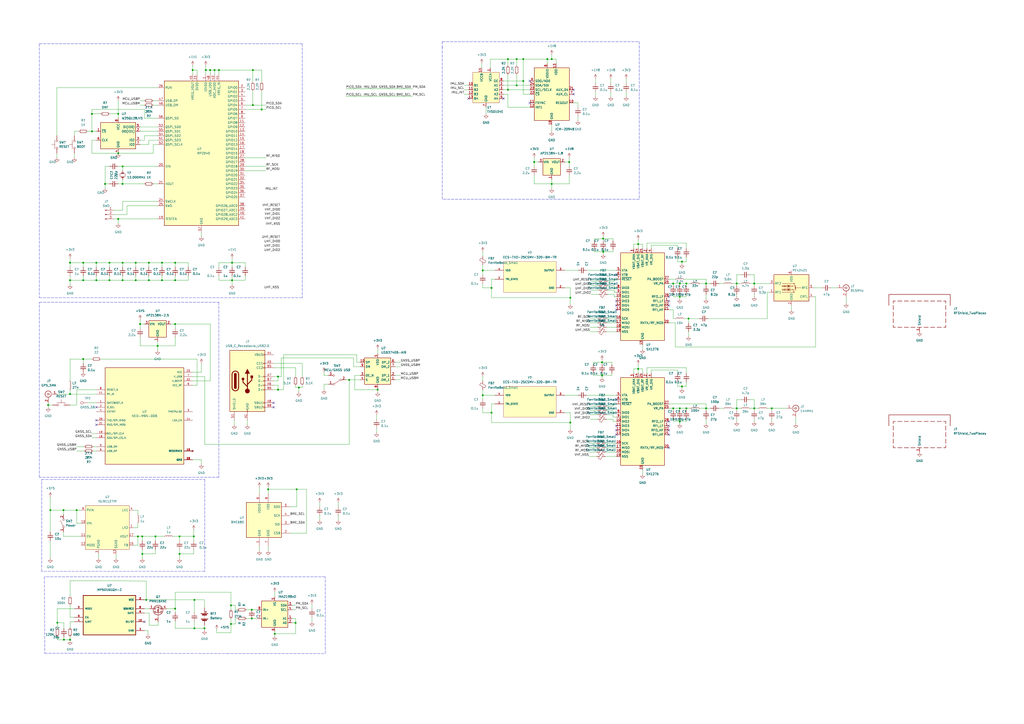
<source format=kicad_sch>
(kicad_sch (version 20211123) (generator eeschema)
  (paper "A2")
  (junction (at 161.29 226.06))
  (junction (at 146.685 40.64))
  (junction (at 55.88 162.56))
  (junction (at 437.515 164.465))
  (junction (at 161.29 218.44))
  (junction (at 330.835 172.72))
  (junction (at 159.385 367.665))
  (junction (at 427.355 164.465))
  (junction (at 68.58 88.9))
  (junction (at 303.53 46.99))
  (junction (at 33.274 361.188))
  (junction (at 40.64 371.094))
  (junction (at 101.6 162.56))
  (junction (at 101.6 152.4))
  (junction (at 84.836 347.98))
  (junction (at 91.44 200.66))
  (junction (at 390.525 164.465))
  (junction (at 127 40.64))
  (junction (at 55.88 152.4))
  (junction (at 394.335 236.855))
  (junction (at 303.53 34.29))
  (junction (at 118.618 364.49))
  (junction (at 399.415 184.785))
  (junction (at 68.58 127))
  (junction (at 134.62 162.56))
  (junction (at 80.01 311.15))
  (junction (at 101.6 353.06))
  (junction (at 409.575 164.465))
  (junction (at 155.575 283.845))
  (junction (at 86.36 152.4))
  (junction (at 219.075 226.06))
  (junction (at 285.115 167.005))
  (junction (at 29.21 295.91))
  (junction (at 330.2 93.98))
  (junction (at 101.6 187.96))
  (junction (at 280.035 156.845))
  (junction (at 27.94 234.95))
  (junction (at 330.835 245.11))
  (junction (at 437.515 236.855))
  (junction (at 409.575 236.855))
  (junction (at 63.5 152.4))
  (junction (at 63.5 162.56))
  (junction (at 133.985 361.95))
  (junction (at 173.355 224.79))
  (junction (at 299.72 49.53))
  (junction (at 394.335 164.465))
  (junction (at 40.64 228.6))
  (junction (at 398.145 236.855))
  (junction (at 280.035 229.235))
  (junction (at 71.12 96.52))
  (junction (at 146.05 358.775))
  (junction (at 349.885 146.05))
  (junction (at 37.084 371.094))
  (junction (at 395.605 224.155))
  (junction (at 90.17 311.15))
  (junction (at 294.64 52.07))
  (junction (at 294.64 34.29))
  (junction (at 447.675 236.855))
  (junction (at 112.776 364.49))
  (junction (at 93.98 152.4))
  (junction (at 40.64 152.4))
  (junction (at 78.74 162.56))
  (junction (at 395.605 151.765))
  (junction (at 112.776 347.98))
  (junction (at 40.64 162.56))
  (junction (at 93.98 162.56))
  (junction (at 124.46 40.64))
  (junction (at 53.34 66.04))
  (junction (at 299.72 34.29))
  (junction (at 36.83 295.91))
  (junction (at 134.62 152.4))
  (junction (at 370.205 213.995))
  (junction (at 60.96 106.68))
  (junction (at 48.26 152.4))
  (junction (at 317.5 34.29))
  (junction (at 427.355 236.855))
  (junction (at 121.92 40.64))
  (junction (at 104.14 321.31))
  (junction (at 349.25 217.805))
  (junction (at 320.04 106.68))
  (junction (at 309.88 93.98))
  (junction (at 81.28 187.96))
  (junction (at 172.085 283.845))
  (junction (at 146.05 353.695))
  (junction (at 78.74 152.4))
  (junction (at 390.525 236.855))
  (junction (at 394.335 244.475))
  (junction (at 48.26 208.28))
  (junction (at 398.145 164.465))
  (junction (at 320.04 34.29))
  (junction (at 48.26 162.56))
  (junction (at 112.395 311.15))
  (junction (at 285.115 239.395))
  (junction (at 370.205 141.605))
  (junction (at 82.55 311.15))
  (junction (at 104.14 311.15))
  (junction (at 202.565 220.345))
  (junction (at 111.76 40.64))
  (junction (at 53.34 76.2))
  (junction (at 146.685 60.96))
  (junction (at 82.55 321.31))
  (junction (at 44.45 295.91))
  (junction (at 71.12 162.56))
  (junction (at 151.765 63.5))
  (junction (at 133.985 351.155))
  (junction (at 68.58 66.04))
  (junction (at 71.12 152.4))
  (junction (at 349.885 138.43))
  (junction (at 171.45 361.315))
  (junction (at 86.36 162.56))
  (junction (at 71.12 106.68))
  (junction (at 394.335 172.085))
  (junction (at 349.25 210.185))
  (junction (at 119.38 40.64))
  (no_connect (at 387.985 259.715))
  (no_connect (at 387.985 252.095))
  (no_connect (at 387.985 244.475))
  (no_connect (at 271.78 57.15))
  (no_connect (at 292.1 57.15))
  (no_connect (at 387.985 249.555))
  (no_connect (at 307.34 46.99))
  (no_connect (at 387.985 247.015))
  (no_connect (at 83.82 360.68))
  (no_connect (at 357.505 231.775))
  (no_connect (at 357.505 159.385))
  (no_connect (at 55.88 243.84))
  (no_connect (at 55.88 246.38))
  (no_connect (at 332.74 52.07))
  (no_connect (at 332.74 54.61))
  (no_connect (at 307.34 59.69))
  (no_connect (at 387.985 174.625))
  (no_connect (at 387.985 177.165))
  (no_connect (at 387.985 172.085))
  (no_connect (at 158.75 233.68))
  (no_connect (at 158.75 236.22))
  (no_connect (at 357.505 252.095))
  (no_connect (at 357.505 249.555))
  (no_connect (at 357.505 247.015))
  (no_connect (at 357.505 179.705))
  (no_connect (at 357.505 177.165))
  (no_connect (at 357.505 174.625))
  (no_connect (at 55.88 236.22))
  (wire (pts (xy 133.985 361.95) (xy 136.525 361.95)))
  (wire (pts (xy 377.825 142.24) (xy 377.825 144.145)))
  (wire (pts (xy 91.44 68.58) (xy 83.82 68.58)))
  (wire (pts (xy 169.545 361.315) (xy 171.45 361.315)))
  (wire (pts (xy 345.44 53.34) (xy 345.44 55.88)))
  (wire (pts (xy 82.55 321.31) (xy 82.55 323.85)))
  (wire (pts (xy 71.12 96.52) (xy 71.12 99.06)))
  (wire (pts (xy 150.495 316.865) (xy 150.495 319.405)))
  (wire (pts (xy 53.34 208.28) (xy 48.26 208.28)))
  (wire (pts (xy 351.79 189.865) (xy 357.505 189.865)))
  (wire (pts (xy 303.53 46.99) (xy 303.53 54.61)))
  (wire (pts (xy 155.575 283.845) (xy 172.085 283.845)))
  (wire (pts (xy 355.6 239.395) (xy 355.6 238.125)))
  (wire (pts (xy 50.8 76.2) (xy 53.34 76.2)))
  (wire (pts (xy 342.265 189.865) (xy 346.71 189.865)))
  (wire (pts (xy 81.28 76.2) (xy 91.44 76.2)))
  (wire (pts (xy 86.36 83.82) (xy 86.36 81.28)))
  (wire (pts (xy 173.355 224.79) (xy 175.26 224.79)))
  (wire (pts (xy 437.515 165.735) (xy 437.515 164.465)))
  (wire (pts (xy 409.575 243.205) (xy 409.575 245.745)))
  (wire (pts (xy 370.205 139.065) (xy 370.205 141.605)))
  (wire (pts (xy 387.985 234.315) (xy 409.575 234.315)))
  (wire (pts (xy 111.76 215.9) (xy 116.84 215.9)))
  (wire (pts (xy 370.205 213.995) (xy 370.205 216.535)))
  (wire (pts (xy 88.9 106.68) (xy 91.44 106.68)))
  (wire (pts (xy 294.64 34.29) (xy 299.72 34.29)))
  (wire (pts (xy 320.04 34.29) (xy 317.5 34.29)))
  (wire (pts (xy 171.45 218.44) (xy 171.45 213.36)))
  (wire (pts (xy 390.525 236.855) (xy 394.335 236.855)))
  (wire (pts (xy 127 40.64) (xy 127 43.18)))
  (wire (pts (xy 351.155 262.255) (xy 357.505 262.255)))
  (wire (pts (xy 356.235 169.545) (xy 356.235 168.275)))
  (wire (pts (xy 349.25 217.805) (xy 354.965 217.805)))
  (wire (pts (xy 393.065 151.765) (xy 393.065 149.225)))
  (wire (pts (xy 77.47 316.23) (xy 80.01 316.23)))
  (wire (pts (xy 327.66 229.235) (xy 335.28 229.235)))
  (wire (pts (xy 398.145 236.855) (xy 398.145 238.125)))
  (wire (pts (xy 118.618 364.49) (xy 118.618 365.506)))
  (wire (pts (xy 53.34 88.9) (xy 68.58 88.9)))
  (wire (pts (xy 101.6 152.4) (xy 101.6 154.94)))
  (wire (pts (xy 33.274 369.316) (xy 33.274 371.094)))
  (wire (pts (xy 393.065 142.24) (xy 377.825 142.24)))
  (wire (pts (xy 134.62 160.02) (xy 134.62 162.56)))
  (wire (pts (xy 127 152.4) (xy 134.62 152.4)))
  (wire (pts (xy 375.285 144.145) (xy 375.285 140.97)))
  (wire (pts (xy 309.88 93.98) (xy 309.88 96.52)))
  (wire (pts (xy 171.45 224.79) (xy 173.355 224.79)))
  (wire (pts (xy 133.985 361.95) (xy 133.985 358.775)))
  (wire (pts (xy 119.38 38.1) (xy 119.38 40.64)))
  (wire (pts (xy 161.29 220.98) (xy 158.75 220.98)))
  (wire (pts (xy 119.38 40.64) (xy 121.92 40.64)))
  (wire (pts (xy 351.79 192.405) (xy 357.505 192.405)))
  (wire (pts (xy 417.195 236.855) (xy 419.735 236.855)))
  (wire (pts (xy 280.035 164.465) (xy 280.035 167.005)))
  (polyline (pts (xy 22.86 276.86) (xy 22.86 175.26)))
  (wire (pts (xy 352.425 168.275) (xy 356.235 168.275)))
  (wire (pts (xy 427.355 236.855) (xy 429.895 236.855)))
  (wire (pts (xy 114.3 208.28) (xy 58.42 208.28)))
  (wire (pts (xy 109.22 162.56) (xy 101.6 162.56)))
  (wire (pts (xy 80.01 298.45) (xy 80.01 295.91)))
  (wire (pts (xy 294.64 43.18) (xy 294.64 52.07)))
  (wire (pts (xy 349.885 144.78) (xy 349.885 146.05)))
  (wire (pts (xy 322.58 36.83) (xy 322.58 34.29)))
  (wire (pts (xy 68.58 129.54) (xy 68.58 127)))
  (wire (pts (xy 84.836 337.058) (xy 84.836 347.98)))
  (wire (pts (xy 344.805 144.78) (xy 344.805 146.05)))
  (wire (pts (xy 83.82 106.68) (xy 71.12 106.68)))
  (wire (pts (xy 60.96 106.68) (xy 60.96 109.22)))
  (wire (pts (xy 109.22 160.02) (xy 109.22 162.56)))
  (wire (pts (xy 309.88 106.68) (xy 320.04 106.68)))
  (wire (pts (xy 434.975 236.855) (xy 437.515 236.855)))
  (wire (pts (xy 356.235 172.085) (xy 356.235 170.815)))
  (wire (pts (xy 434.975 159.385) (xy 437.515 159.385)))
  (wire (pts (xy 344.17 211.455) (xy 344.17 210.185)))
  (wire (pts (xy 427.355 165.735) (xy 427.355 164.465)))
  (wire (pts (xy 375.285 213.36) (xy 398.145 213.36)))
  (wire (pts (xy 142.24 162.56) (xy 134.62 162.56)))
  (wire (pts (xy 151.765 52.705) (xy 151.765 63.5)))
  (wire (pts (xy 398.145 236.855) (xy 400.685 236.855)))
  (wire (pts (xy 142.24 160.02) (xy 142.24 162.56)))
  (wire (pts (xy 372.745 213.995) (xy 370.205 213.995)))
  (wire (pts (xy 390.525 236.855) (xy 390.525 238.125)))
  (wire (pts (xy 357.505 169.545) (xy 356.235 169.545)))
  (wire (pts (xy 394.335 170.815) (xy 394.335 172.085)))
  (wire (pts (xy 53.34 251.46) (xy 55.88 251.46)))
  (wire (pts (xy 171.45 367.665) (xy 159.385 367.665)))
  (wire (pts (xy 180.975 350.52) (xy 180.975 353.06)))
  (wire (pts (xy 27.94 233.68) (xy 27.94 234.95)))
  (wire (pts (xy 112.776 364.49) (xy 118.618 364.49)))
  (wire (pts (xy 394.335 236.855) (xy 398.145 236.855)))
  (wire (pts (xy 151.765 63.5) (xy 154.305 63.5)))
  (wire (pts (xy 133.985 367.03) (xy 133.985 361.95)))
  (wire (pts (xy 36.83 311.15) (xy 36.83 308.61)))
  (wire (pts (xy 150.495 282.575) (xy 150.495 286.385)))
  (wire (pts (xy 375.285 216.535) (xy 375.285 213.36)))
  (wire (pts (xy 55.88 160.02) (xy 55.88 162.56)))
  (wire (pts (xy 409.575 164.465) (xy 412.115 164.465)))
  (wire (pts (xy 169.545 351.155) (xy 171.45 351.155)))
  (wire (pts (xy 164.465 205.74) (xy 207.01 205.74)))
  (wire (pts (xy 83.82 58.42) (xy 81.28 58.42)))
  (wire (pts (xy 461.645 241.935) (xy 461.645 245.745)))
  (wire (pts (xy 205.74 226.06) (xy 219.075 226.06)))
  (wire (pts (xy 202.565 220.345) (xy 208.915 220.345)))
  (wire (pts (xy 280.035 146.05) (xy 280.035 148.59)))
  (wire (pts (xy 344.17 217.805) (xy 349.25 217.805)))
  (wire (pts (xy 349.25 210.185) (xy 354.965 210.185)))
  (wire (pts (xy 390.525 244.475) (xy 394.335 244.475)))
  (wire (pts (xy 354.965 217.805) (xy 354.965 216.535)))
  (wire (pts (xy 445.135 236.855) (xy 447.675 236.855)))
  (wire (pts (xy 372.745 272.415) (xy 372.745 274.955)))
  (wire (pts (xy 355.6 241.935) (xy 355.6 240.665)))
  (wire (pts (xy 269.24 52.07) (xy 271.78 52.07)))
  (wire (pts (xy 27.94 234.95) (xy 27.94 236.22)))
  (wire (pts (xy 280.035 239.395) (xy 285.115 239.395)))
  (wire (pts (xy 175.26 210.82) (xy 175.26 218.44)))
  (wire (pts (xy 40.64 226.06) (xy 40.64 228.6)))
  (wire (pts (xy 393.065 214.63) (xy 377.825 214.63)))
  (wire (pts (xy 355.6 239.395) (xy 357.505 239.395)))
  (wire (pts (xy 473.075 172.085) (xy 473.075 201.295)))
  (wire (pts (xy 279.4 36.83) (xy 279.4 39.37)))
  (wire (pts (xy 91.44 96.52) (xy 71.12 96.52)))
  (wire (pts (xy 320.04 106.68) (xy 320.04 109.22)))
  (wire (pts (xy 40.64 345.948) (xy 40.64 336.804)))
  (wire (pts (xy 372.745 144.145) (xy 372.745 141.605)))
  (wire (pts (xy 427.355 231.775) (xy 427.355 236.855)))
  (wire (pts (xy 53.34 88.9) (xy 53.34 81.28)))
  (wire (pts (xy 208.915 217.805) (xy 205.74 217.805)))
  (wire (pts (xy 57.15 321.31) (xy 57.15 323.85)))
  (wire (pts (xy 53.34 66.04) (xy 58.42 66.04)))
  (wire (pts (xy 409.575 234.315) (xy 409.575 236.855)))
  (wire (pts (xy 473.075 201.295) (xy 391.795 201.295)))
  (wire (pts (xy 37.084 364.49) (xy 37.084 361.188)))
  (wire (pts (xy 445.135 169.545) (xy 446.405 169.545)))
  (wire (pts (xy 142.24 152.4) (xy 142.24 154.94)))
  (wire (pts (xy 134.62 149.86) (xy 134.62 152.4)))
  (wire (pts (xy 387.985 161.925) (xy 391.795 161.925)))
  (wire (pts (xy 55.88 152.4) (xy 63.5 152.4)))
  (wire (pts (xy 114.3 40.64) (xy 111.76 40.64)))
  (wire (pts (xy 50.8 233.68) (xy 55.88 233.68)))
  (wire (pts (xy 303.53 34.29) (xy 317.5 34.29)))
  (polyline (pts (xy 24.13 278.13) (xy 118.745 278.13)))
  (wire (pts (xy 53.34 254) (xy 55.88 254)))
  (wire (pts (xy 68.58 106.68) (xy 71.12 106.68)))
  (wire (pts (xy 393.065 224.155) (xy 395.605 224.155)))
  (wire (pts (xy 86.36 162.56) (xy 93.98 162.56)))
  (wire (pts (xy 73.66 124.46) (xy 66.04 124.46)))
  (wire (pts (xy 142.875 353.695) (xy 146.05 353.695)))
  (polyline (pts (xy 24.13 331.47) (xy 24.13 278.13)))
  (wire (pts (xy 29.21 288.29) (xy 29.21 295.91)))
  (wire (pts (xy 88.9 58.42) (xy 91.44 58.42)))
  (wire (pts (xy 33.274 353.06) (xy 43.18 353.06)))
  (wire (pts (xy 354.33 45.72) (xy 354.33 48.26)))
  (wire (pts (xy 342.265 240.665) (xy 346.71 240.665)))
  (wire (pts (xy 398.145 151.765) (xy 395.605 151.765)))
  (wire (pts (xy 40.64 162.56) (xy 40.64 165.1)))
  (wire (pts (xy 341.63 262.255) (xy 346.075 262.255)))
  (wire (pts (xy 101.6 162.56) (xy 101.6 160.02)))
  (polyline (pts (xy 118.745 331.47) (xy 24.13 331.47)))
  (wire (pts (xy 363.22 53.34) (xy 363.22 55.88)))
  (wire (pts (xy 173.355 224.79) (xy 173.355 227.33)))
  (wire (pts (xy 135.89 243.84) (xy 135.89 246.38)))
  (wire (pts (xy 142.24 91.44) (xy 154.305 91.44)))
  (wire (pts (xy 116.84 269.24) (xy 116.84 266.7)))
  (wire (pts (xy 424.815 164.465) (xy 427.355 164.465)))
  (wire (pts (xy 351.79 243.205) (xy 355.6 243.205)))
  (wire (pts (xy 280.035 226.06) (xy 280.035 229.235)))
  (wire (pts (xy 121.92 187.96) (xy 121.92 220.98)))
  (wire (pts (xy 370.205 141.605) (xy 367.665 141.605)))
  (wire (pts (xy 352.425 163.195) (xy 356.235 163.195)))
  (wire (pts (xy 159.385 367.665) (xy 159.385 368.935)))
  (wire (pts (xy 355.6 241.935) (xy 357.505 241.935)))
  (wire (pts (xy 36.83 295.91) (xy 44.45 295.91)))
  (wire (pts (xy 80.01 316.23) (xy 80.01 311.15)))
  (wire (pts (xy 101.6 353.06) (xy 96.774 353.06)))
  (wire (pts (xy 48.26 152.4) (xy 55.88 152.4)))
  (wire (pts (xy 93.98 162.56) (xy 101.6 162.56)))
  (wire (pts (xy 363.22 45.72) (xy 363.22 48.26)))
  (wire (pts (xy 146.05 358.775) (xy 149.225 358.775)))
  (wire (pts (xy 40.64 162.56) (xy 48.26 162.56)))
  (wire (pts (xy 398.145 213.36) (xy 398.145 216.535)))
  (wire (pts (xy 43.18 88.9) (xy 43.18 91.44)))
  (wire (pts (xy 409.575 164.465) (xy 409.575 165.735)))
  (wire (pts (xy 171.45 213.36) (xy 158.75 213.36)))
  (wire (pts (xy 390.525 170.815) (xy 390.525 172.085)))
  (wire (pts (xy 55.88 152.4) (xy 55.88 154.94)))
  (wire (pts (xy 53.34 63.5) (xy 53.34 66.04)))
  (wire (pts (xy 399.415 192.405) (xy 399.415 194.945)))
  (wire (pts (xy 146.685 60.96) (xy 154.305 60.96)))
  (wire (pts (xy 269.24 49.53) (xy 271.78 49.53)))
  (wire (pts (xy 370.205 141.605) (xy 370.205 144.145)))
  (polyline (pts (xy 188.595 334.645) (xy 131.445 334.645)))
  (wire (pts (xy 309.88 91.44) (xy 309.88 93.98)))
  (wire (pts (xy 86.36 152.4) (xy 93.98 152.4)))
  (wire (pts (xy 196.215 299.085) (xy 196.215 301.625)))
  (wire (pts (xy 357.505 161.925) (xy 356.235 161.925)))
  (wire (pts (xy 356.235 161.925) (xy 356.235 163.195)))
  (wire (pts (xy 93.98 152.4) (xy 101.6 152.4)))
  (wire (pts (xy 155.575 282.575) (xy 155.575 283.845)))
  (wire (pts (xy 112.395 311.15) (xy 104.14 311.15)))
  (wire (pts (xy 330.2 96.52) (xy 330.2 93.98)))
  (wire (pts (xy 112.395 313.69) (xy 112.395 311.15)))
  (wire (pts (xy 81.28 187.96) (xy 81.28 190.5)))
  (wire (pts (xy 372.745 200.025) (xy 372.745 202.565)))
  (wire (pts (xy 172.085 283.845) (xy 172.085 294.005)))
  (wire (pts (xy 399.415 184.785) (xy 405.765 184.785)))
  (wire (pts (xy 342.9 165.735) (xy 347.345 165.735)))
  (wire (pts (xy 83.82 355.6) (xy 86.614 355.6)))
  (wire (pts (xy 218.44 240.665) (xy 218.44 243.205)))
  (wire (pts (xy 341.63 257.175) (xy 346.075 257.175)))
  (wire (pts (xy 90.17 311.15) (xy 95.25 311.15)))
  (wire (pts (xy 161.29 218.44) (xy 161.29 220.98)))
  (wire (pts (xy 40.64 152.4) (xy 48.26 152.4)))
  (wire (pts (xy 161.29 226.06) (xy 164.465 226.06)))
  (wire (pts (xy 395.605 151.765) (xy 393.065 151.765)))
  (wire (pts (xy 146.05 353.695) (xy 149.225 353.695)))
  (wire (pts (xy 134.62 152.4) (xy 134.62 154.94)))
  (wire (pts (xy 104.14 321.31) (xy 104.14 323.85)))
  (wire (pts (xy 90.17 311.15) (xy 90.17 313.69)))
  (wire (pts (xy 112.776 347.98) (xy 112.776 355.346)))
  (wire (pts (xy 429.895 231.775) (xy 427.355 231.775)))
  (wire (pts (xy 133.985 351.155) (xy 136.525 351.155)))
  (wire (pts (xy 33.02 50.8) (xy 91.44 50.8)))
  (wire (pts (xy 229.235 212.725) (xy 232.41 212.725)))
  (wire (pts (xy 104.14 318.77) (xy 104.14 321.31)))
  (wire (pts (xy 367.665 141.605) (xy 367.665 144.145)))
  (wire (pts (xy 80.01 295.91) (xy 77.47 295.91)))
  (wire (pts (xy 33.274 371.094) (xy 37.084 371.094)))
  (wire (pts (xy 37.084 371.094) (xy 40.64 371.094)))
  (wire (pts (xy 390.525 179.705) (xy 390.525 184.785)))
  (wire (pts (xy 40.64 371.094) (xy 40.64 371.602)))
  (wire (pts (xy 375.285 140.97) (xy 398.145 140.97)))
  (polyline (pts (xy 256.54 115.57) (xy 256.54 26.67)))
  (wire (pts (xy 101.6 364.49) (xy 101.6 360.426)))
  (wire (pts (xy 405.765 236.855) (xy 409.575 236.855)))
  (wire (pts (xy 370.205 213.995) (xy 367.665 213.995)))
  (wire (pts (xy 86.36 160.02) (xy 86.36 162.56)))
  (wire (pts (xy 63.5 162.56) (xy 71.12 162.56)))
  (wire (pts (xy 44.45 261.62) (xy 48.895 261.62)))
  (wire (pts (xy 355.6 234.315) (xy 357.505 234.315)))
  (wire (pts (xy 437.515 238.125) (xy 437.515 236.855)))
  (wire (pts (xy 81.28 81.28) (xy 83.82 81.28)))
  (wire (pts (xy 351.79 235.585) (xy 355.6 235.585)))
  (wire (pts (xy 80.01 306.07) (xy 80.01 303.53)))
  (wire (pts (xy 427.355 243.205) (xy 427.355 244.475)))
  (wire (pts (xy 33.02 88.9) (xy 33.02 91.44)))
  (wire (pts (xy 342.265 235.585) (xy 346.71 235.585)))
  (wire (pts (xy 229.235 210.185) (xy 232.41 210.185)))
  (wire (pts (xy 357.505 172.085) (xy 356.235 172.085)))
  (wire (pts (xy 81.28 187.96) (xy 83.82 187.96)))
  (wire (pts (xy 205.74 217.805) (xy 205.74 226.06)))
  (wire (pts (xy 40.64 208.28) (xy 48.26 208.28)))
  (wire (pts (xy 330.835 248.92) (xy 330.835 245.11)))
  (wire (pts (xy 292.1 46.99) (xy 303.53 46.99)))
  (wire (pts (xy 109.22 154.94) (xy 109.22 152.4)))
  (wire (pts (xy 37.084 369.57) (xy 37.084 371.094)))
  (wire (pts (xy 78.74 162.56) (xy 86.36 162.56)))
  (wire (pts (xy 81.28 73.66) (xy 91.44 73.66)))
  (wire (pts (xy 330.2 101.6) (xy 330.2 106.68)))
  (wire (pts (xy 90.17 321.31) (xy 90.17 318.77)))
  (wire (pts (xy 327.66 167.005) (xy 330.835 167.005)))
  (wire (pts (xy 284.48 34.29) (xy 284.48 39.37)))
  (wire (pts (xy 342.9 168.275) (xy 347.345 168.275)))
  (wire (pts (xy 354.965 210.185) (xy 354.965 211.455)))
  (wire (pts (xy 344.805 139.7) (xy 344.805 138.43)))
  (wire (pts (xy 177.8 283.845) (xy 177.8 309.245)))
  (wire (pts (xy 169.545 358.775) (xy 171.45 358.775)))
  (wire (pts (xy 437.515 236.855) (xy 440.055 236.855)))
  (wire (pts (xy 398.145 244.475) (xy 398.145 243.205)))
  (wire (pts (xy 481.965 167.005) (xy 485.775 167.005)))
  (wire (pts (xy 66.04 121.92) (xy 71.12 121.92)))
  (wire (pts (xy 151.765 47.625) (xy 151.765 40.64)))
  (wire (pts (xy 77.47 311.15) (xy 80.01 311.15)))
  (wire (pts (xy 229.235 220.345) (xy 232.41 220.345)))
  (wire (pts (xy 355.6 234.315) (xy 355.6 235.585)))
  (wire (pts (xy 395.605 151.765) (xy 395.605 153.035)))
  (wire (pts (xy 161.29 218.44) (xy 163.195 218.44)))
  (wire (pts (xy 116.84 134.62) (xy 116.84 137.16)))
  (wire (pts (xy 71.12 160.02) (xy 71.12 162.56)))
  (wire (pts (xy 344.805 138.43) (xy 349.885 138.43)))
  (wire (pts (xy 409.575 236.855) (xy 409.575 238.125)))
  (wire (pts (xy 44.45 303.53) (xy 44.45 295.91)))
  (wire (pts (xy 86.614 362.712) (xy 91.694 362.712)))
  (wire (pts (xy 327.66 239.395) (xy 330.835 239.395)))
  (wire (pts (xy 91.44 200.66) (xy 91.44 203.2)))
  (wire (pts (xy 349.25 210.185) (xy 349.25 211.455)))
  (wire (pts (xy 29.21 295.91) (xy 29.21 308.61)))
  (polyline (pts (xy 175.26 25.4) (xy 175.26 172.72)))
  (wire (pts (xy 394.335 164.465) (xy 398.145 164.465)))
  (wire (pts (xy 136.525 358.775) (xy 136.525 361.95)))
  (wire (pts (xy 83.82 68.58) (xy 83.82 63.5)))
  (wire (pts (xy 281.94 62.23) (xy 281.94 66.04)))
  (wire (pts (xy 136.525 358.775) (xy 137.795 358.775)))
  (wire (pts (xy 111.76 40.64) (xy 111.76 43.18)))
  (wire (pts (xy 161.29 226.06) (xy 158.75 226.06)))
  (wire (pts (xy 398.145 149.225) (xy 398.145 151.765)))
  (wire (pts (xy 437.515 164.465) (xy 437.515 159.385)))
  (wire (pts (xy 437.515 164.465) (xy 446.405 164.465)))
  (wire (pts (xy 53.975 261.62) (xy 55.88 261.62)))
  (polyline (pts (xy 22.86 25.4) (xy 175.26 25.4)))
  (wire (pts (xy 60.96 106.68) (xy 63.5 106.68)))
  (wire (pts (xy 155.575 316.865) (xy 155.575 319.405)))
  (wire (pts (xy 351.155 259.715) (xy 357.505 259.715)))
  (wire (pts (xy 101.6 200.66) (xy 91.44 200.66)))
  (wire (pts (xy 40.64 369.316) (xy 40.64 371.094)))
  (wire (pts (xy 207.01 210.185) (xy 208.915 210.185)))
  (wire (pts (xy 81.28 83.82) (xy 86.36 83.82)))
  (wire (pts (xy 84.836 347.98) (xy 112.776 347.98)))
  (wire (pts (xy 116.84 215.9) (xy 116.84 210.82)))
  (wire (pts (xy 390.525 243.205) (xy 390.525 244.475)))
  (wire (pts (xy 71.12 116.84) (xy 91.44 116.84)))
  (wire (pts (xy 349.25 216.535) (xy 349.25 217.805)))
  (wire (pts (xy 143.51 243.84) (xy 143.51 246.38)))
  (wire (pts (xy 349.885 146.05) (xy 355.6 146.05)))
  (wire (pts (xy 387.985 164.465) (xy 390.525 164.465)))
  (wire (pts (xy 29.21 313.69) (xy 29.21 323.85)))
  (wire (pts (xy 294.64 34.29) (xy 294.64 38.1)))
  (wire (pts (xy 40.64 149.86) (xy 40.64 152.4)))
  (wire (pts (xy 285.115 172.72) (xy 285.115 167.005)))
  (wire (pts (xy 46.99 303.53) (xy 44.45 303.53)))
  (wire (pts (xy 294.64 62.23) (xy 294.64 54.61)))
  (wire (pts (xy 86.36 152.4) (xy 86.36 154.94)))
  (wire (pts (xy 83.82 60.96) (xy 81.28 60.96)))
  (wire (pts (xy 63.5 152.4) (xy 63.5 154.94)))
  (wire (pts (xy 342.9 170.815) (xy 347.345 170.815)))
  (wire (pts (xy 83.82 347.98) (xy 84.836 347.98)))
  (wire (pts (xy 142.24 96.52) (xy 154.305 96.52)))
  (wire (pts (xy 68.58 58.42) (xy 68.58 66.04)))
  (wire (pts (xy 71.12 106.68) (xy 71.12 104.14)))
  (wire (pts (xy 40.64 154.94) (xy 40.64 152.4)))
  (wire (pts (xy 427.355 170.815) (xy 427.355 172.085)))
  (wire (pts (xy 85.852 365.76) (xy 85.852 368.046)))
  (wire (pts (xy 187.96 217.805) (xy 190.5 217.805)))
  (wire (pts (xy 330.835 245.11) (xy 285.115 245.11)))
  (wire (pts (xy 40.64 208.28) (xy 40.64 220.98)))
  (wire (pts (xy 409.575 161.925) (xy 409.575 164.465)))
  (wire (pts (xy 63.5 96.52) (xy 60.96 96.52)))
  (wire (pts (xy 320.04 104.14) (xy 320.04 106.68)))
  (wire (pts (xy 342.9 163.195) (xy 347.345 163.195)))
  (wire (pts (xy 344.17 210.185) (xy 349.25 210.185)))
  (wire (pts (xy 394.335 244.475) (xy 394.335 245.745)))
  (wire (pts (xy 101.6 353.06) (xy 101.6 343.535)))
  (wire (pts (xy 40.64 228.6) (xy 55.88 228.6)))
  (wire (pts (xy 71.12 162.56) (xy 78.74 162.56)))
  (wire (pts (xy 294.64 62.23) (xy 307.34 62.23)))
  (polyline (pts (xy 370.84 24.13) (xy 370.84 115.57)))
  (wire (pts (xy 68.58 127) (xy 91.44 127)))
  (wire (pts (xy 394.335 172.085) (xy 394.335 173.355)))
  (wire (pts (xy 125.73 367.03) (xy 133.985 367.03)))
  (wire (pts (xy 390.525 172.085) (xy 394.335 172.085)))
  (wire (pts (xy 48.26 160.02) (xy 48.26 162.56)))
  (wire (pts (xy 146.685 47.625) (xy 146.685 40.64)))
  (wire (pts (xy 396.875 161.925) (xy 409.575 161.925)))
  (wire (pts (xy 330.835 176.53) (xy 330.835 172.72)))
  (wire (pts (xy 164.465 226.06) (xy 164.465 205.74)))
  (wire (pts (xy 190.5 222.885) (xy 187.96 222.885)))
  (wire (pts (xy 36.83 295.91) (xy 36.83 298.45)))
  (wire (pts (xy 354.33 53.34) (xy 354.33 55.88)))
  (wire (pts (xy 83.82 78.74) (xy 91.44 78.74)))
  (wire (pts (xy 355.6 244.475) (xy 355.6 243.205)))
  (wire (pts (xy 125.73 365.125) (xy 125.73 367.03)))
  (wire (pts (xy 101.6 190.5) (xy 101.6 187.96)))
  (wire (pts (xy 307.34 54.61) (xy 303.53 54.61)))
  (wire (pts (xy 280.035 167.005) (xy 285.115 167.005)))
  (wire (pts (xy 71.12 152.4) (xy 71.12 154.94)))
  (wire (pts (xy 48.26 162.56) (xy 55.88 162.56)))
  (wire (pts (xy 405.765 164.465) (xy 409.575 164.465)))
  (wire (pts (xy 81.28 200.66) (xy 91.44 200.66)))
  (wire (pts (xy 352.425 165.735) (xy 356.235 165.735)))
  (wire (pts (xy 437.515 172.085) (xy 437.515 170.815)))
  (wire (pts (xy 53.34 63.5) (xy 83.82 63.5)))
  (wire (pts (xy 342.265 187.325) (xy 346.71 187.325)))
  (wire (pts (xy 112.776 347.98) (xy 118.618 347.98)))
  (wire (pts (xy 118.618 362.712) (xy 118.618 364.49)))
  (wire (pts (xy 121.92 40.64) (xy 121.92 43.18)))
  (wire (pts (xy 118.745 218.44) (xy 111.76 218.44)))
  (wire (pts (xy 185.42 291.465) (xy 185.42 294.005)))
  (polyline (pts (xy 175.26 172.72) (xy 22.86 172.72)))
  (wire (pts (xy 200.66 220.345) (xy 202.565 220.345)))
  (wire (pts (xy 133.985 351.155) (xy 133.985 353.695)))
  (wire (pts (xy 86.614 355.6) (xy 86.614 362.712)))
  (wire (pts (xy 78.74 152.4) (xy 78.74 154.94)))
  (wire (pts (xy 33.274 361.188) (xy 33.274 353.06)))
  (wire (pts (xy 104.14 321.31) (xy 112.395 321.31)))
  (wire (pts (xy 45.72 76.2) (xy 43.18 76.2)))
  (wire (pts (xy 351.155 264.795) (xy 357.505 264.795)))
  (wire (pts (xy 349.885 146.05) (xy 349.885 147.32)))
  (wire (pts (xy 91.694 360.68) (xy 91.694 362.712)))
  (wire (pts (xy 93.98 160.02) (xy 93.98 162.56)))
  (wire (pts (xy 229.235 217.805) (xy 232.41 217.805)))
  (wire (pts (xy 43.18 358.14) (xy 40.64 358.14)))
  (wire (pts (xy 134.62 152.4) (xy 142.24 152.4)))
  (wire (pts (xy 40.64 336.804) (xy 84.836 337.058)))
  (wire (pts (xy 396.875 184.785) (xy 399.415 184.785)))
  (wire (pts (xy 471.805 172.085) (xy 473.075 172.085)))
  (wire (pts (xy 409.575 236.855) (xy 412.115 236.855)))
  (wire (pts (xy 398.145 172.085) (xy 398.145 170.815)))
  (wire (pts (xy 119.38 40.64) (xy 119.38 43.18)))
  (wire (pts (xy 163.195 207.645) (xy 205.105 207.645)))
  (wire (pts (xy 391.795 201.295) (xy 391.795 187.325)))
  (wire (pts (xy 335.28 62.23) (xy 335.28 59.69)))
  (wire (pts (xy 171.45 361.315) (xy 171.45 367.665)))
  (wire (pts (xy 424.815 236.855) (xy 427.355 236.855)))
  (wire (pts (xy 417.195 164.465) (xy 419.735 164.465)))
  (wire (pts (xy 355.6 244.475) (xy 357.505 244.475)))
  (wire (pts (xy 357.505 167.005) (xy 356.235 167.005)))
  (wire (pts (xy 142.875 358.775) (xy 146.05 358.775)))
  (wire (pts (xy 344.805 146.05) (xy 349.885 146.05)))
  (wire (pts (xy 80.01 311.15) (xy 82.55 311.15)))
  (wire (pts (xy 393.065 216.535) (xy 393.065 214.63)))
  (wire (pts (xy 330.2 106.68) (xy 320.04 106.68)))
  (wire (pts (xy 294.64 52.07) (xy 307.34 52.07)))
  (wire (pts (xy 429.895 159.385) (xy 427.355 159.385)))
  (wire (pts (xy 390.525 184.785) (xy 391.795 184.785)))
  (wire (pts (xy 146.685 52.705) (xy 146.685 60.96)))
  (wire (pts (xy 202.565 257.81) (xy 118.745 257.81)))
  (wire (pts (xy 111.76 38.1) (xy 111.76 40.64)))
  (wire (pts (xy 344.17 216.535) (xy 344.17 217.805)))
  (wire (pts (xy 394.335 243.205) (xy 394.335 244.475)))
  (wire (pts (xy 387.985 179.705) (xy 390.525 179.705)))
  (wire (pts (xy 447.675 236.855) (xy 456.565 236.855)))
  (wire (pts (xy 398.145 221.615) (xy 398.145 224.155)))
  (polyline (pts (xy 22.86 25.4) (xy 22.86 172.72)))
  (wire (pts (xy 427.355 164.465) (xy 429.895 164.465)))
  (wire (pts (xy 459.105 177.165) (xy 459.105 179.705)))
  (wire (pts (xy 294.64 54.61) (xy 292.1 54.61)))
  (wire (pts (xy 447.675 244.475) (xy 447.675 243.205)))
  (wire (pts (xy 114.3 43.18) (xy 114.3 40.64)))
  (wire (pts (xy 78.74 160.02) (xy 78.74 162.56)))
  (wire (pts (xy 172.085 283.845) (xy 177.8 283.845)))
  (wire (pts (xy 68.58 66.04) (xy 68.58 68.58)))
  (wire (pts (xy 352.425 170.815) (xy 356.235 170.815)))
  (wire (pts (xy 134.62 162.56) (xy 134.62 165.1)))
  (wire (pts (xy 40.64 364.236) (xy 40.64 360.68)))
  (wire (pts (xy 320.04 31.75) (xy 320.04 34.29)))
  (wire (pts (xy 317.5 34.29) (xy 317.5 36.83)))
  (wire (pts (xy 372.745 216.535) (xy 372.745 213.995)))
  (wire (pts (xy 280.035 236.855) (xy 280.035 239.395)))
  (wire (pts (xy 427.355 159.385) (xy 427.355 164.465)))
  (wire (pts (xy 81.28 195.58) (xy 81.28 200.66)))
  (wire (pts (xy 349.25 217.805) (xy 349.25 219.075)))
  (wire (pts (xy 33.274 364.236) (xy 33.274 361.188)))
  (wire (pts (xy 398.145 140.97) (xy 398.145 144.145)))
  (polyline (pts (xy 22.86 175.26) (xy 127 175.26)))
  (wire (pts (xy 187.96 215.9) (xy 187.96 217.805)))
  (wire (pts (xy 101.6 187.96) (xy 99.06 187.96)))
  (wire (pts (xy 219.075 202.565) (xy 219.075 205.105)))
  (wire (pts (xy 121.92 40.64) (xy 124.46 40.64)))
  (wire (pts (xy 292.1 52.07) (xy 294.64 52.07)))
  (polyline (pts (xy 131.445 334.645) (xy 25.781 334.645)))
  (wire (pts (xy 116.84 266.7) (xy 111.76 266.7)))
  (wire (pts (xy 370.205 211.455) (xy 370.205 213.995)))
  (wire (pts (xy 349.25 208.915) (xy 349.25 210.185)))
  (wire (pts (xy 40.64 234.95) (xy 44.45 234.95)))
  (wire (pts (xy 78.74 152.4) (xy 86.36 152.4)))
  (wire (pts (xy 351.155 257.175) (xy 357.505 257.175)))
  (wire (pts (xy 342.265 184.785) (xy 346.71 184.785)))
  (wire (pts (xy 200.66 51.435) (xy 239.395 51.435)))
  (wire (pts (xy 142.24 63.5) (xy 151.765 63.5)))
  (wire (pts (xy 101.6 195.58) (xy 101.6 200.66)))
  (wire (pts (xy 101.6 364.49) (xy 112.776 364.49)))
  (wire (pts (xy 91.44 198.12) (xy 91.44 200.66)))
  (polyline (pts (xy 256.54 27.94) (xy 256.54 24.13)))
  (wire (pts (xy 219.075 226.06) (xy 219.075 227.33)))
  (wire (pts (xy 104.14 311.15) (xy 104.14 313.69)))
  (wire (pts (xy 335.28 59.69) (xy 332.74 59.69)))
  (wire (pts (xy 340.36 229.235) (xy 357.505 229.235)))
  (wire (pts (xy 169.545 353.695) (xy 171.45 353.695)))
  (wire (pts (xy 118.745 257.81) (xy 118.745 218.44)))
  (wire (pts (xy 280.035 229.235) (xy 287.02 229.235)))
  (wire (pts (xy 490.855 172.085) (xy 490.855 175.895)))
  (wire (pts (xy 372.745 141.605) (xy 370.205 141.605)))
  (wire (pts (xy 63.5 66.04) (xy 68.58 66.04)))
  (wire (pts (xy 91.44 83.82) (xy 88.9 83.82)))
  (wire (pts (xy 387.985 236.855) (xy 390.525 236.855)))
  (wire (pts (xy 390.525 164.465) (xy 390.525 165.735)))
  (wire (pts (xy 398.145 164.465) (xy 400.685 164.465)))
  (wire (pts (xy 445.135 184.785) (xy 445.135 169.545)))
  (wire (pts (xy 394.335 164.465) (xy 394.335 165.735)))
  (wire (pts (xy 83.82 365.76) (xy 85.852 365.76)))
  (wire (pts (xy 133.985 343.535) (xy 133.985 351.155)))
  (wire (pts (xy 409.575 170.815) (xy 409.575 173.355)))
  (wire (pts (xy 196.215 291.465) (xy 196.215 294.005)))
  (wire (pts (xy 342.265 243.205) (xy 346.71 243.205)))
  (wire (pts (xy 53.975 259.08) (xy 55.88 259.08)))
  (wire (pts (xy 68.58 96.52) (xy 71.12 96.52)))
  (wire (pts (xy 285.115 245.11) (xy 285.115 239.395)))
  (wire (pts (xy 82.55 321.31) (xy 90.17 321.31)))
  (wire (pts (xy 351.79 238.125) (xy 355.6 238.125)))
  (wire (pts (xy 395.605 224.155) (xy 398.145 224.155)))
  (wire (pts (xy 109.22 152.4) (xy 101.6 152.4)))
  (wire (pts (xy 341.63 264.795) (xy 346.075 264.795)))
  (wire (pts (xy 309.88 101.6) (xy 309.88 106.68)))
  (wire (pts (xy 309.88 93.98) (xy 312.42 93.98)))
  (wire (pts (xy 391.795 187.325) (xy 387.985 187.325)))
  (wire (pts (xy 44.45 295.91) (xy 46.99 295.91)))
  (wire (pts (xy 394.335 172.085) (xy 398.145 172.085)))
  (wire (pts (xy 127 154.94) (xy 127 152.4)))
  (wire (pts (xy 280.035 229.235) (xy 280.035 231.775)))
  (wire (pts (xy 205.105 207.645) (xy 205.105 212.725)))
  (wire (pts (xy 44.45 234.95) (xy 44.45 226.06)))
  (wire (pts (xy 299.72 43.18) (xy 299.72 49.53)))
  (wire (pts (xy 158.75 210.82) (xy 175.26 210.82)))
  (wire (pts (xy 73.66 119.38) (xy 73.66 124.46)))
  (wire (pts (xy 335.28 67.31) (xy 335.28 69.85)))
  (wire (pts (xy 299.72 34.29) (xy 303.53 34.29)))
  (wire (pts (xy 136.525 353.695) (xy 137.795 353.695)))
  (wire (pts (xy 330.2 91.44) (xy 330.2 93.98)))
  (wire (pts (xy 168.275 294.005) (xy 172.085 294.005)))
  (wire (pts (xy 88.9 60.96) (xy 91.44 60.96)))
  (wire (pts (xy 187.96 222.885) (xy 187.96 226.06)))
  (wire (pts (xy 177.8 309.245) (xy 168.275 309.245)))
  (wire (pts (xy 68.58 88.9) (xy 88.9 88.9)))
  (wire (pts (xy 33.02 78.74) (xy 33.02 50.8)))
  (wire (pts (xy 437.515 231.775) (xy 437.515 236.855)))
  (wire (pts (xy 202.565 220.345) (xy 202.565 257.81)))
  (wire (pts (xy 345.44 45.72) (xy 345.44 48.26)))
  (wire (pts (xy 471.805 167.005) (xy 476.885 167.005)))
  (wire (pts (xy 161.29 223.52) (xy 161.29 226.06)))
  (wire (pts (xy 299.72 49.53) (xy 307.34 49.53)))
  (wire (pts (xy 44.45 226.06) (xy 55.88 226.06)))
  (wire (pts (xy 83.82 353.06) (xy 86.614 353.06)))
  (wire (pts (xy 86.36 81.28) (xy 91.44 81.28)))
  (wire (pts (xy 330.2 93.98) (xy 327.66 93.98)))
  (wire (pts (xy 349.885 137.16) (xy 349.885 138.43)))
  (polyline (pts (xy 25.908 378.968) (xy 131.445 379.095)))
  (wire (pts (xy 134.62 162.56) (xy 127 162.56)))
  (wire (pts (xy 33.02 228.6) (xy 40.64 228.6)))
  (wire (pts (xy 44.45 259.08) (xy 48.895 259.08)))
  (wire (pts (xy 218.44 248.285) (xy 218.44 250.825)))
  (wire (pts (xy 340.36 156.845) (xy 357.505 156.845)))
  (wire (pts (xy 40.64 360.68) (xy 43.18 360.68)))
  (wire (pts (xy 434.975 231.775) (xy 437.515 231.775)))
  (wire (pts (xy 437.515 244.475) (xy 437.515 243.205)))
  (wire (pts (xy 292.1 49.53) (xy 299.72 49.53)))
  (wire (pts (xy 205.105 212.725) (xy 208.915 212.725)))
  (wire (pts (xy 367.665 213.995) (xy 367.665 216.535)))
  (wire (pts (xy 351.79 240.665) (xy 355.6 240.665)))
  (wire (pts (xy 127 162.56) (xy 127 160.02)))
  (wire (pts (xy 351.79 187.325) (xy 357.505 187.325)))
  (wire (pts (xy 53.34 81.28) (xy 55.88 81.28)))
  (wire (pts (xy 185.42 299.085) (xy 185.42 301.625)))
  (wire (pts (xy 320.04 72.39) (xy 320.04 76.2)))
  (wire (pts (xy 136.525 353.695) (xy 136.525 351.155)))
  (wire (pts (xy 349.885 138.43) (xy 349.885 139.7)))
  (wire (pts (xy 159.385 343.535) (xy 159.385 346.075)))
  (wire (pts (xy 349.885 138.43) (xy 355.6 138.43)))
  (wire (pts (xy 341.63 259.715) (xy 346.075 259.715)))
  (wire (pts (xy 40.64 160.02) (xy 40.64 162.56)))
  (wire (pts (xy 146.685 40.64) (xy 127 40.64)))
  (polyline (pts (xy 127 175.26) (xy 127 276.86)))
  (wire (pts (xy 142.24 60.96) (xy 146.685 60.96)))
  (wire (pts (xy 77.47 306.07) (xy 80.01 306.07)))
  (wire (pts (xy 43.18 76.2) (xy 43.18 78.74)))
  (wire (pts (xy 163.195 218.44) (xy 163.195 207.645)))
  (wire (pts (xy 410.845 184.785) (xy 445.135 184.785)))
  (polyline (pts (xy 25.781 334.645) (xy 25.908 378.968)))
  (polyline (pts (xy 188.595 379.095) (xy 188.595 334.645)))
  (wire (pts (xy 81.28 185.42) (xy 81.28 187.96)))
  (wire (pts (xy 355.6 138.43) (xy 355.6 139.7)))
  (wire (pts (xy 280.035 218.44) (xy 280.035 220.98)))
  (wire (pts (xy 101.6 187.96) (xy 121.92 187.96)))
  (wire (pts (xy 118.618 352.552) (xy 118.618 347.98)))
  (polyline (pts (xy 118.745 278.13) (xy 118.745 331.47)))
  (wire (pts (xy 82.55 311.15) (xy 90.17 311.15)))
  (wire (pts (xy 93.98 152.4) (xy 93.98 154.94)))
  (wire (pts (xy 53.34 76.2) (xy 55.88 76.2)))
  (wire (pts (xy 114.3 223.52) (xy 114.3 208.28)))
  (wire (pts (xy 269.24 54.61) (xy 271.78 54.61)))
  (wire (pts (xy 112.395 307.34) (xy 112.395 311.15)))
  (wire (pts (xy 219.075 225.425) (xy 219.075 226.06)))
  (wire (pts (xy 48.26 152.4) (xy 48.26 154.94)))
  (wire (pts (xy 394.335 236.855) (xy 394.335 238.125)))
  (wire (pts (xy 395.605 224.155) (xy 395.605 225.425)))
  (wire (pts (xy 285.115 239.395) (xy 285.115 234.315)))
  (wire (pts (xy 48.26 210.82) (xy 48.26 208.28)))
  (wire (pts (xy 398.145 164.465) (xy 398.145 165.735)))
  (wire (pts (xy 299.72 34.29) (xy 299.72 38.1)))
  (wire (pts (xy 88.9 83.82) (xy 88.9 88.9)))
  (wire (pts (xy 111.76 223.52) (xy 114.3 223.52)))
  (wire (pts (xy 124.46 40.64) (xy 127 40.64)))
  (wire (pts (xy 303.53 34.29) (xy 303.53 46.99)))
  (wire (pts (xy 151.765 40.64) (xy 146.685 40.64)))
  (wire (pts (xy 55.88 162.56) (xy 63.5 162.56)))
  (wire (pts (xy 327.66 156.845) (xy 335.28 156.845)))
  (wire (pts (xy 37.084 361.188) (xy 33.274 361.188)))
  (wire (pts (xy 427.355 238.125) (xy 427.355 236.855)))
  (wire (pts (xy 82.55 318.77) (xy 82.55 321.31)))
  (wire (pts (xy 356.235 167.005) (xy 356.235 165.735)))
  (wire (pts (xy 158.75 223.52) (xy 161.29 223.52)))
  (wire (pts (xy 330.835 167.005) (xy 330.835 172.72)))
  (wire (pts (xy 171.45 223.52) (xy 171.45 224.79)))
  (wire (pts (xy 46.99 311.15) (xy 36.83 311.15)))
  (wire (pts (xy 322.58 34.29) (xy 320.04 34.29)))
  (wire (pts (xy 112.776 360.426) (xy 112.776 364.49)))
  (wire (pts (xy 285.115 161.925) (xy 287.02 161.925)))
  (polyline (pts (xy 131.445 379.095) (xy 188.595 379.095)))
  (wire (pts (xy 180.975 358.14) (xy 180.975 360.68)))
  (wire (pts (xy 285.115 167.005) (xy 285.115 161.925)))
  (wire (pts (xy 393.065 224.155) (xy 393.065 221.615)))
  (wire (pts (xy 285.115 234.315) (xy 287.02 234.315)))
  (wire (pts (xy 330.835 239.395) (xy 330.835 245.11)))
  (wire (pts (xy 355.6 146.05) (xy 355.6 144.78)))
  (wire (pts (xy 71.12 152.4) (xy 78.74 152.4)))
  (wire (pts (xy 68.58 127) (xy 66.04 127)))
  (wire (pts (xy 124.46 40.64) (xy 124.46 43.18)))
  (wire (pts (xy 40.64 358.14) (xy 40.64 351.028)))
  (wire (pts (xy 284.48 34.29) (xy 294.64 34.29)))
  (wire (pts (xy 447.675 238.125) (xy 447.675 236.855)))
  (wire (pts (xy 53.34 66.04) (xy 53.34 76.2)))
  (wire (pts (xy 104.14 311.15) (xy 100.33 311.15)))
  (wire (pts (xy 175.26 224.79) (xy 175.26 223.52)))
  (wire (pts (xy 280.035 156.845) (xy 287.02 156.845)))
  (wire (pts (xy 158.75 218.44) (xy 161.29 218.44)))
  (wire (pts (xy 71.12 121.92) (xy 71.12 116.84)))
  (wire (pts (xy 91.44 119.38) (xy 73.66 119.38)))
  (wire (pts (xy 83.82 81.28) (xy 83.82 78.74)))
  (wire (pts (xy 27.94 234.95) (xy 30.48 234.95)))
  (wire (pts (xy 394.335 244.475) (xy 398.145 244.475)))
  (wire (pts (xy 29.21 295.91) (xy 36.83 295.91)))
  (wire (pts (xy 159.385 366.395) (xy 159.385 367.665)))
  (wire (pts (xy 121.92 220.98) (xy 111.76 220.98)))
  (wire (pts (xy 393.065 144.145) (xy 393.065 142.24)))
  (wire (pts (xy 142.24 99.06) (xy 154.305 99.06)))
  (wire (pts (xy 342.265 192.405) (xy 346.71 192.405)))
  (wire (pts (xy 60.96 96.52) (xy 60.96 106.68)))
  (wire (pts (xy 207.01 205.74) (xy 207.01 210.185)))
  (wire (pts (xy 101.6 343.535) (xy 133.985 343.535)))
  (wire (pts (xy 63.5 160.02) (xy 63.5 162.56)))
  (polyline (pts (xy 370.84 115.57) (xy 256.54 115.57)))
  (wire (pts (xy 330.835 172.72) (xy 285.115 172.72)))
  (wire (pts (xy 351.79 184.785) (xy 357.505 184.785)))
  (wire (pts (xy 171.45 358.775) (xy 171.45 361.315)))
  (wire (pts (xy 82.55 311.15) (xy 82.55 313.69)))
  (wire (pts (xy 377.825 214.63) (xy 377.825 216.535)))
  (wire (pts (xy 399.415 184.785) (xy 399.415 187.325)))
  (wire (pts (xy 63.5 152.4) (xy 71.12 152.4)))
  (wire (pts (xy 390.525 164.465) (xy 394.335 164.465)))
  (wire (pts (xy 434.975 164.465) (xy 437.515 164.465)))
  (wire (pts (xy 112.395 321.31) (xy 112.395 318.77)))
  (polyline (pts (xy 127 276.86) (xy 22.86 276.86)))
  (wire (pts (xy 200.66 55.88) (xy 239.395 55.88)))
  (polyline (pts (xy 256.54 24.13) (xy 370.84 24.13)))
  (wire (pts (xy 280.035 156.845) (xy 280.035 159.385)))
  (wire (pts (xy 155.575 283.845) (xy 155.575 286.385)))
  (wire (pts (xy 280.035 153.67) (xy 280.035 156.845)))
  (wire (pts (xy 67.31 321.31) (xy 67.31 323.85)))
  (wire (pts (xy 101.6 355.346) (xy 101.6 353.06)))
  (wire (pts (xy 342.265 238.125) (xy 346.71 238.125)))
  (label "VHF_DIO2" (at 162.56 127.635 180))
  (label "VHF_RESET" (at 342.265 235.585 180))
  (label "BME_SDA" (at 229.87 51.435 0))
  (label "PICO_SDA" (at 154.305 60.96 0))
  (label "MCU_USBP" (at 81.28 58.42 180))
  (label "UHF_RESET" (at 342.9 163.195 180))
  (label "PM_SCL" (at 239.395 55.88 0))
  (label "UHF_NSS" (at 342.265 192.405 180))
  (label "PICO_SCL" (at 200.66 55.88 0))
  (label "UHF_DIO0" (at 162.56 140.97 180))
  (label "PM_SDA" (at 171.45 351.155 0))
  (label "VHF_DIO0" (at 162.56 122.555 180))
  (label "IMU_INT" (at 153.67 110.49 0))
  (label "GNSS_USBM" (at 232.41 212.725 0))
  (label "UHF_DIO0" (at 342.9 165.735 180))
  (label "RF_MISO" (at 341.63 259.715 180))
  (label "PM_SDA" (at 239.395 51.435 0))
  (label "IMU_SDA" (at 210.82 51.435 0))
  (label "BME_SCL" (at 168.275 299.085 0))
  (label "VHF_NSS" (at 341.63 264.795 180))
  (label "RF_MISO" (at 154.305 91.44 0))
  (label "MCU_USBM" (at 81.28 60.96 180))
  (label "UHF_NSS" (at 161.925 167.64 180))
  (label "VHF_DIO0" (at 342.265 238.125 180))
  (label "VHF_RESET" (at 162.56 120.015 180))
  (label "VHF_DIO1" (at 162.56 125.095 180))
  (label "GNSS_USBM" (at 44.45 259.08 180))
  (label "GNSS_SCL" (at 219.71 55.88 0))
  (label "UHF_DIO2" (at 162.56 146.05 180))
  (label "RF_SCK" (at 341.63 257.175 180))
  (label "PICO_SDA" (at 200.66 51.435 0))
  (label "GNSS_SCL" (at 53.34 251.46 180))
  (label "IMU_SCL" (at 269.24 52.07 180))
  (label "MCU_USBM" (at 232.41 220.345 0))
  (label "GNSS_USBP" (at 44.45 261.62 180))
  (label "BME_SCL" (at 229.87 55.88 0))
  (label "VHF_DIO1" (at 342.265 240.665 180))
  (label "GNSS_SDA" (at 53.34 254 180))
  (label "PICO_SCL" (at 154.305 63.5 0))
  (label "RF_SCK" (at 342.265 184.785 180))
  (label "UHF_DIO2" (at 342.9 170.815 180))
  (label "GNSS_SDA" (at 219.71 51.435 0))
  (label "RF_SCK" (at 154.305 96.52 0))
  (label "BME_SDA" (at 168.275 304.165 0))
  (label "RF_MOSI" (at 154.305 99.06 0))
  (label "UHF_DIO1" (at 342.9 168.275 180))
  (label "RF_MOSI" (at 342.265 189.865 180))
  (label "RF_MOSI" (at 341.63 262.255 180))
  (label "IMU_SCL" (at 210.82 55.88 0))
  (label "UHF_RESET" (at 162.56 138.43 180))
  (label "IMU_SDA" (at 269.24 49.53 180))
  (label "PM_SCL" (at 171.45 353.695 0))
  (label "UHF_DIO1" (at 162.56 143.51 180))
  (label "VHF_DIO2" (at 342.265 243.205 180))
  (label "RF_MISO" (at 342.265 187.325 180))
  (label "MCU_USBP" (at 232.41 217.805 0))
  (label "IMU_INT" (at 269.24 54.61 180))
  (label "GNSS_USBP" (at 232.41 210.185 0))
  (label "VHF_NSS" (at 162.56 130.81 180))
  (symbol (lib_id "power:+1V8") (at 345.44 45.72 0) (unit 1)
    (property "Reference" "#PWR?" (effects hide))
    (property "Value" "+1V8" (at 345.44 40.64 0))
  )
  (symbol (lib_id "power:GND") (at 33.02 91.44 0) (unit 1)
    (property "Reference" "#PWR?" (effects hide))
    (property "Value" "GND" (at 30.48 93.98 0))
  )
  (symbol (lib_id "power:GND") (at 143.51 246.38 0) (unit 1)
    (property "Reference" "#PWR?" (effects hide))
    (property "Value" "GND" (at 143.51 251.46 0))
  )
  (symbol (lib_id "Device:L_Small") (at 40.64 223.52 0) (unit 1)
    (property "Reference" "L?" (at 41.91 222.2499 0) (effects (justify left)))
    (property "Value" "27n" (at 41.91 224.7899 0) (effects (justify left)))
  )
  (symbol (lib_id "power:GND") (at 320.04 109.22 0) (unit 1)
    (property "Reference" "#PWR?" (effects hide))
    (property "Value" "GND" (at 320.04 114.3 0))
  )
  (symbol (lib_id "Device:C_Small") (at 414.655 164.465 90) (unit 1)
    (property "Reference" "C?" (at 414.6613 158.115 90))
    (property "Value" "22p" (at 414.6613 160.655 90))
  )
  (symbol (lib_id "power:GND") (at 409.575 245.745 0) (unit 1)
    (property "Reference" "#PWR?" (effects hide))
    (property "Value" "GND" (at 409.575 250.825 0))
  )
  (symbol (lib_id "Device:L_Small") (at 403.225 236.855 90) (unit 1)
    (property "Reference" "L?" (at 403.225 235.585 90))
    (property "Value" "100n" (at 403.225 238.125 90))
  )
  (symbol (lib_id "power:+3V3") (at 349.885 137.16 0) (unit 1)
    (property "Reference" "#PWR?" (effects hide))
    (property "Value" "+3V3" (at 349.885 132.08 0))
  )
  (symbol (lib_id "Device:C_Small") (at 185.42 296.545 0) (unit 1)
    (property "Reference" "C?" (at 187.96 295.2812 0) (effects (justify left)))
    (property "Value" "0.1u" (at 187.96 297.8212 0) (effects (justify left)))
  )
  (symbol (lib_id "power:GND") (at 118.618 365.506 0) (unit 1)
    (property "Reference" "#PWR?" (effects hide))
    (property "Value" "GND" (at 118.618 370.586 0))
  )
  (symbol (lib_id "Device:L_Small") (at 422.275 236.855 90) (unit 1)
    (property "Reference" "L?" (at 422.275 231.775 90))
    (property "Value" "39n" (at 422.275 234.315 90))
  )
  (symbol (lib_id "Device:C_Small") (at 40.64 157.48 0) (unit 1)
    (property "Reference" "C?" (at 43.18 156.2162 0) (effects (justify left)))
    (property "Value" "1u" (at 43.18 158.7562 0) (effects (justify left)))
  )
  (symbol (lib_id "HABParts:AP2138N-2.5") (at 91.44 190.5 0) (unit 1)
    (property "Reference" "U?" (at 91.44 180.34 0))
    (property "Value" "AP2138N-2.5" (at 91.44 182.88 0))
    (property "Footprint" "Package_TO_SOT_SMD:SOT-23" (effects hide))
    (property "Datasheet" "https://www.mouser.com/datasheet/2/115/DIOD_S_A0008668704_1-2513012.pdf" (effects hide))
  )
  (symbol (lib_id "power:+3V3") (at 68.58 58.42 0) (unit 1)
    (property "Reference" "#PWR?" (effects hide))
    (property "Value" "+3V3" (at 68.58 53.34 0))
  )
  (symbol (lib_id "Device:C_Small") (at 37.084 367.03 0) (mirror y) (unit 1)
    (property "Reference" "C?" (at 34.544 364.49 0) (effects (justify left)))
    (property "Value" "39p" (at 34.544 369.57 0) (effects (justify left)))
  )
  (symbol (lib_id "Switch:SW_Push") (at 43.18 83.82 90) (unit 1)
    (property "Reference" "SW?" (at 44.45 82.5499 90) (effects (justify right)))
    (property "Value" "BOOT" (at 44.45 85.0899 90) (effects (justify right)))
  )
  (symbol (lib_id "power:GND") (at 461.645 245.745 0) (unit 1)
    (property "Reference" "#PWR?" (effects hide))
    (property "Value" "GND" (at 461.645 250.825 0))
  )
  (symbol (lib_id "Device:R_Small") (at 86.36 58.42 270) (unit 1)
    (property "Reference" "R?" (at 86.36 64.77 90))
    (property "Value" "27.4" (at 86.36 62.23 90))
  )
  (symbol (lib_id "Device:C_Small") (at 390.525 240.665 0) (unit 1)
    (property "Reference" "C?" (at 387.35 238.76 0) (effects (justify left)))
    (property "Value" "10n" (at 388.62 243.205 0) (effects (justify left)))
  )
  (symbol (lib_id "Device:C_Small") (at 112.395 316.23 0) (mirror y) (unit 1)
    (property "Reference" "C?" (at 115.57 314.9662 0) (effects (justify right)))
    (property "Value" "0.1u" (at 115.57 317.5062 0) (effects (justify right)))
  )
  (symbol (lib_id "Device:C_Small") (at 90.17 316.23 0) (mirror y) (unit 1)
    (property "Reference" "C?" (at 92.71 314.9662 0) (effects (justify right)))
    (property "Value" "22u" (at 92.71 317.5062 0) (effects (justify right)))
  )
  (symbol (lib_id "Device:C_Small") (at 355.6 142.24 0) (mirror y) (unit 1)
    (property "Reference" "C?" (at 353.06 139.7 0) (effects (justify left)))
    (property "Value" "0.1u" (at 353.06 144.78 0) (effects (justify left)))
  )
  (symbol (lib_id "power:GND") (at 134.62 165.1 0) (unit 1)
    (property "Reference" "#PWR?" (effects hide))
    (property "Value" "GND" (at 134.62 170.18 0))
  )
  (symbol (lib_id "power:GND") (at 349.885 147.32 0) (unit 1)
    (property "Reference" "#PWR?" (effects hide))
    (property "Value" "GND" (at 349.885 152.4 0))
  )
  (symbol (lib_id "Device:FerriteBead_Small") (at 280.035 223.52 180) (unit 1)
    (property "Reference" "FB?" (at 283.21 222.288 0) (effects (justify right)))
    (property "Value" "FerriteBead_Small" (at 283.21 224.828 0) (effects (justify right)))
  )
  (symbol (lib_id "Device:C_Small") (at 280.035 161.925 0) (mirror y) (unit 1)
    (property "Reference" "C?" (at 277.495 159.385 0) (effects (justify left)))
    (property "Value" "0.1u" (at 277.495 164.465 0) (effects (justify left)))
  )
  (symbol (lib_id "Device:C_Small") (at 134.62 157.48 0) (mirror y) (unit 1)
    (property "Reference" "C?" (at 132.08 154.94 0) (effects (justify left)))
    (property "Value" "1u" (at 132.08 160.02 0) (effects (justify left)))
  )
  (symbol (lib_id "Device:C_Small") (at 101.6 357.886 0) (mirror y) (unit 1)
    (property "Reference" "C?" (at 99.06 355.346 0) (effects (justify left)))
    (property "Value" "1u" (at 99.06 360.426 0) (effects (justify left)))
  )
  (symbol (lib_id "Memory_Flash:W25Q128JVS") (at 68.58 78.74 0) (unit 1)
    (property "Reference" "U?" (at 70.5994 66.04 0) (effects (justify left)))
    (property "Value" "W25Q128JVS" (at 70.5994 68.58 0) (effects (justify left)))
    (property "Footprint" "Package_SO:SOIC-8_5.23x5.23mm_P1.27mm" (effects hide))
    (property "Datasheet" "http://www.winbond.com/resource-files/w25q128jv_dtr%20revc%2003272018%20plus.pdf" (effects hide))
  )
  (symbol (lib_id "Connector:Conn_Coaxial") (at 461.645 236.855 0) (unit 1)
    (property "Reference" "J?" (at 464.185 235.8781 0) (effects (justify left)))
    (property "Value" "144MHz" (at 464.185 238.4181 0) (effects (justify left)))
    (property "Datasheet" " ~" (effects hide))
  )
  (symbol (lib_id "power:GND") (at 67.31 323.85 0) (unit 1)
    (property "Reference" "#PWR?" (effects hide))
    (property "Value" "GND" (at 67.31 328.93 0))
  )
  (symbol (lib_id "Device:C_Small") (at 48.26 213.36 0) (unit 1)
    (property "Reference" "C?" (at 50.8 212.0962 0) (effects (justify left)))
    (property "Value" "0.1u" (at 50.8 214.6362 0) (effects (justify left)))
  )
  (symbol (lib_id "power:GND") (at 437.515 244.475 0) (unit 1)
    (property "Reference" "#PWR?" (effects hide))
    (property "Value" "GND" (at 437.515 249.555 0))
  )
  (symbol (lib_id "Device:C_Small") (at 127 157.48 0) (mirror y) (unit 1)
    (property "Reference" "C?" (at 124.46 154.94 0) (effects (justify left)))
    (property "Value" "0.1u" (at 124.46 160.02 0) (effects (justify left)))
  )
  (symbol (lib_id "Device:R_Small") (at 60.96 66.04 90) (unit 1)
    (property "Reference" "R?" (at 60.96 59.69 90))
    (property "Value" "DNF" (at 60.96 62.23 90))
  )
  (symbol (lib_id "RF:SX1276") (at 372.745 172.085 0) (unit 1)
    (property "Reference" "U?" (at 374.7644 200.025 0) (effects (justify left)))
    (property "Value" "SX1276" (at 374.7644 202.565 0) (effects (justify left)))
    (property "Footprint" "Package_DFN_QFN:QFN-28-1EP_6x6mm_P0.65mm_EP4.8x4.8mm" (effects hide))
    (property "Datasheet" "https://semtech.my.salesforce.com/sfc/p/#E0000000JelG/a/2R0000001Rbr/6EfVZUorrpoKFfvaF_Fkpgp5kzjiNyiAbqcpqh9qSjE" (effects hide))
  )
  (symbol (lib_id "Connector:Conn_Coaxial") (at 490.855 167.005 0) (unit 1)
    (property "Reference" "J?" (at 493.395 166.0281 0) (effects (justify left)))
    (property "Value" "915MHz" (at 493.395 168.5681 0) (effects (justify left)))
    (property "Datasheet" " ~" (effects hide))
  )
  (symbol (lib_id "Device:C_Small") (at 390.525 168.275 0) (unit 1)
    (property "Reference" "C?" (at 387.35 166.37 0) (effects (justify left)))
    (property "Value" "10n" (at 387.985 170.815 0) (effects (justify left)))
  )
  (symbol (lib_id "Device:C_Small") (at 337.82 229.235 270) (mirror x) (unit 1)
    (property "Reference" "C?" (at 340.36 226.695 0) (effects (justify left)))
    (property "Value" "1n" (at 335.28 226.695 0) (effects (justify left)))
  )
  (symbol (lib_id "Device:C_Small") (at 86.36 157.48 0) (unit 1)
    (property "Reference" "C?" (at 88.9 156.2162 0) (effects (justify left)))
    (property "Value" "0.1u" (at 88.9 158.7562 0) (effects (justify left)))
  )
  (symbol (lib_id "Device:L_Small") (at 432.435 164.465 90) (unit 1)
    (property "Reference" "L?" (at 432.435 163.195 90))
    (property "Value" "4.7n" (at 432.435 165.735 90))
  )
  (symbol (lib_id "power:GND") (at 281.94 66.04 0) (unit 1)
    (property "Reference" "#PWR?" (effects hide))
    (property "Value" "GND" (at 281.94 71.12 0))
  )
  (symbol (lib_id "power:GND") (at 85.852 368.046 0) (unit 1)
    (property "Reference" "#PWR?" (effects hide))
    (property "Value" "GND" (at 85.852 373.126 0))
  )
  (symbol (lib_id "HABParts:AP2138N-1.8") (at 320.04 96.52 0) (unit 1)
    (property "Reference" "U?" (at 320.04 86.36 0))
    (property "Value" "AP2138N-1.8" (at 320.04 88.9 0))
    (property "Footprint" "Package_TO_SOT_SMD:SOT-23" (effects hide))
    (property "Datasheet" "https://www.mouser.com/datasheet/2/115/DIOD_S_A0008668704_1-2513012.pdf" (effects hide))
  )
  (symbol (lib_id "power:GND") (at 394.335 245.745 0) (unit 1)
    (property "Reference" "#PWR?" (effects hide))
    (property "Value" "GND" (at 394.335 250.825 0))
  )
  (symbol (lib_id "power:+3V3") (at 116.84 210.82 0) (unit 1)
    (property "Reference" "#PWR?" (effects hide))
    (property "Value" "+3V3" (at 116.84 205.74 0))
  )
  (symbol (lib_id "Device:C_Small") (at 101.6 157.48 0) (unit 1)
    (property "Reference" "C?" (at 104.14 156.2162 0) (effects (justify left)))
    (property "Value" "0.1u" (at 104.14 158.7562 0) (effects (justify left)))
  )
  (symbol (lib_id "power:GND") (at 187.96 226.06 0) (unit 1)
    (property "Reference" "#PWR?" (effects hide))
    (property "Value" "GND" (at 187.96 231.14 0))
  )
  (symbol (lib_id "Device:C_Small") (at 393.065 146.685 0) (mirror y) (unit 1)
    (property "Reference" "C?" (at 390.525 144.145 0) (effects (justify left)))
    (property "Value" "0.1u" (at 390.525 149.225 0) (effects (justify left)))
  )
  (symbol (lib_id "power:GND") (at 40.64 371.602 0) (unit 1)
    (property "Reference" "#PWR?" (effects hide))
    (property "Value" "GND" (at 40.64 376.682 0))
  )
  (symbol (lib_id "Device:C_Small") (at 330.2 99.06 0) (unit 1)
    (property "Reference" "C?" (at 332.74 97.7962 0) (effects (justify left)))
    (property "Value" "2.2u" (at 332.74 100.3362 0) (effects (justify left)))
  )
  (symbol (lib_id "Device:C_Small") (at 354.33 50.8 0) (unit 1)
    (property "Reference" "C?" (at 356.87 49.5362 0) (effects (justify left)))
    (property "Value" "0.1u" (at 356.87 52.0762 0) (effects (justify left)))
  )
  (symbol (lib_id "power:GND") (at 395.605 153.035 0) (unit 1)
    (property "Reference" "#PWR?" (effects hide))
    (property "Value" "GND" (at 395.605 158.115 0))
  )
  (symbol (lib_id "Device:L_Small") (at 422.275 164.465 90) (unit 1)
    (property "Reference" "L?" (at 422.275 159.385 90))
    (property "Value" "5.6n" (at 422.275 161.925 90))
  )
  (symbol (lib_id "Device:C_Small") (at 363.22 50.8 0) (unit 1)
    (property "Reference" "C?" (at 365.76 49.5362 0) (effects (justify left)))
    (property "Value" "0.1u" (at 365.76 52.0762 0) (effects (justify left)))
  )
  (symbol (lib_id "HABParts:+SYS") (at 125.73 365.125 0) (unit 1)
    (property "Reference" "#PWR?" (effects hide))
    (property "Value" "+SYS" (at 127.635 363.8549 0) (effects (justify left)))
  )
  (symbol (lib_id "power:+1V8") (at 330.2 91.44 0) (unit 1)
    (property "Reference" "#PWR?" (effects hide))
    (property "Value" "+1V8" (at 330.2 86.36 0))
  )
  (symbol (lib_id "power:GND") (at 349.25 219.075 0) (unit 1)
    (property "Reference" "#PWR?" (effects hide))
    (property "Value" "GND" (at 349.25 224.155 0))
  )
  (symbol (lib_id "Device:C_Small") (at 432.435 159.385 90) (unit 1)
    (property "Reference" "C?" (at 432.4413 153.035 90))
    (property "Value" "1.5p" (at 432.4413 155.575 90))
  )
  (symbol (lib_id "Device:C_Small") (at 344.805 142.24 0) (mirror y) (unit 1)
    (property "Reference" "C?" (at 342.265 139.7 0) (effects (justify left)))
    (property "Value" "0.1u" (at 342.265 144.78 0) (effects (justify left)))
  )
  (symbol (lib_id "power:GND") (at 104.14 323.85 0) (unit 1)
    (property "Reference" "#PWR?" (effects hide))
    (property "Value" "GND" (at 104.14 328.93 0))
  )
  (symbol (lib_id "Device:C_Small") (at 82.55 316.23 0) (mirror y) (unit 1)
    (property "Reference" "C?" (at 85.09 314.9662 0) (effects (justify right)))
    (property "Value" "22u" (at 85.09 317.5062 0) (effects (justify right)))
  )
  (symbol (lib_id "power:+3V3") (at 370.205 139.065 0) (unit 1)
    (property "Reference" "#PWR?" (effects hide))
    (property "Value" "+3V3" (at 370.205 133.985 0))
  )
  (symbol (lib_id "Device:C_Small") (at 427.355 240.665 0) (unit 1)
    (property "Reference" "C?" (at 422.91 239.395 0) (effects (justify left)))
    (property "Value" "47p" (at 422.275 242.57 0) (effects (justify left)))
  )
  (symbol (lib_id "Device:R_Small") (at 40.64 348.488 0) (mirror x) (unit 1)
    (property "Reference" "R?" (at 38.1 347.2179 0) (effects (justify right)))
    (property "Value" "300K" (at 38.1 349.7579 0) (effects (justify right)))
  )
  (symbol (lib_id "Device:C_Small") (at 345.44 50.8 0) (unit 1)
    (property "Reference" "C?" (at 347.98 49.5362 0) (effects (justify left)))
    (property "Value" "0.1u" (at 347.98 52.0762 0) (effects (justify left)))
  )
  (symbol (lib_id "Device:R_Small") (at 175.26 220.98 0) (unit 1)
    (property "Reference" "R?" (at 177.165 219.7099 0) (effects (justify left)))
    (property "Value" "5.1K" (at 177.165 222.2499 0) (effects (justify left)))
  )
  (symbol (lib_id "power:+3V3") (at 309.88 91.44 0) (unit 1)
    (property "Reference" "#PWR?" (effects hide))
    (property "Value" "+3V3" (at 309.88 86.36 0))
  )
  (symbol (lib_id "Device:R_Small") (at 51.435 259.08 270) (unit 1)
    (property "Reference" "R?" (at 51.435 265.43 90))
    (property "Value" "27.4" (at 51.435 262.89 90))
  )
  (symbol (lib_id "HABParts:PMN16XNE") (at 91.694 355.6 90) (unit 1)
    (property "Reference" "Q?" (at 91.694 346.202 90))
    (property "Value" "PMN16XNE" (at 91.694 348.742 90))
    (property "Footprint" "Package_SO:TSOP-6_1.65x3.05mm_P0.95mm" (effects hide))
    (property "Datasheet" "https://www.mouser.com/datasheet/2/916/PMN16XNE-1539841.pdf" (effects hide))
  )
  (symbol (lib_id "power:GND") (at 459.105 179.705 0) (unit 1)
    (property "Reference" "#PWR?" (effects hide))
    (property "Value" "GND" (at 459.105 184.785 0))
  )
  (symbol (lib_id "power:GND") (at 57.15 323.85 0) (unit 1)
    (property "Reference" "#PWR?" (effects hide))
    (property "Value" "GND" (at 57.15 328.93 0))
  )
  (symbol (lib_id "power:+3V3") (at 159.385 343.535 0) (unit 1)
    (property "Reference" "#PWR?" (effects hide))
    (property "Value" "+3V3" (at 159.385 338.455 0))
  )
  (symbol (lib_id "Device:C_Small") (at 335.28 64.77 0) (unit 1)
    (property "Reference" "C?" (at 337.82 63.5062 0) (effects (justify left)))
    (property "Value" "0.1u" (at 337.82 66.0462 0) (effects (justify left)))
  )
  (symbol (lib_id "power:GND") (at 43.18 91.44 0) (unit 1)
    (property "Reference" "#PWR?" (effects hide))
    (property "Value" "GND" (at 40.64 93.98 0))
  )
  (symbol (lib_id "power:GND") (at 399.415 194.945 0) (unit 1)
    (property "Reference" "#PWR?" (effects hide))
    (property "Value" "GND" (at 399.415 200.025 0))
  )
  (symbol (lib_id "Device:C_Small") (at 349.25 213.995 0) (mirror y) (unit 1)
    (property "Reference" "C?" (at 346.71 211.455 0) (effects (justify left)))
    (property "Value" "0.1u" (at 346.71 216.535 0) (effects (justify left)))
  )
  (symbol (lib_id "power:+3V3") (at 40.64 149.86 0) (unit 1)
    (property "Reference" "#PWR?" (effects hide))
    (property "Value" "+3V3" (at 40.64 144.78 0))
  )
  (symbol (lib_id "power:GND") (at 354.33 55.88 0) (unit 1)
    (property "Reference" "#PWR?" (effects hide))
    (property "Value" "GND" (at 354.33 60.96 0))
  )
  (symbol (lib_id "Device:C_Small") (at 66.04 106.68 90) (unit 1)
    (property "Reference" "C?" (at 64.7762 104.14 0) (effects (justify left)))
    (property "Value" "27p" (at 67.3162 104.14 0) (effects (justify left)))
  )
  (symbol (lib_id "Device:L_Small") (at 80.01 300.99 0) (unit 1)
    (property "Reference" "L?" (at 81.28 299.7199 0) (effects (justify left)))
    (property "Value" "1u" (at 81.28 302.2599 0) (effects (justify left)))
  )
  (symbol (lib_id "power:GND") (at 330.835 176.53 0) (unit 1)
    (property "Reference" "#PWR?" (effects hide))
    (property "Value" "GND" (at 330.835 181.61 0))
  )
  (symbol (lib_id "power:GND") (at 29.21 323.85 0) (unit 1)
    (property "Reference" "#PWR?" (effects hide))
    (property "Value" "GND" (at 29.21 328.93 0))
  )
  (symbol (lib_id "power:GND") (at 447.675 244.475 0) (unit 1)
    (property "Reference" "#PWR?" (effects hide))
    (property "Value" "GND" (at 447.675 249.555 0))
  )
  (symbol (lib_id "Device:R_Small") (at 299.72 40.64 0) (mirror x) (unit 1)
    (property "Reference" "R?" (at 297.18 36.83 0))
    (property "Value" "2.2K" (at 297.18 40.64 90))
  )
  (symbol (lib_id "Device:FerriteBead_Small") (at 349.25 240.665 90) (unit 1)
    (property "Reference" "FB?" (at 349.2119 234.315 90))
    (property "Value" "FerriteBead_Small" (at 349.2119 236.855 90))
  )
  (symbol (lib_id "Device:C_Small") (at 432.435 231.775 90) (unit 1)
    (property "Reference" "C?" (at 432.4413 225.425 90))
    (property "Value" "4.7p" (at 432.4413 227.965 90))
  )
  (symbol (lib_id "HABParts:MP5016GQH-Z") (at 63.5 358.14 0) (unit 1)
    (property "Reference" "U?" (at 63.5 339.598 0))
    (property "Value" "MP5016GQH-Z" (at 63.5 342.138 0))
    (property "Footprint" "HABParts:IC_MP5016GQH-Z" (effects hide))
    (property "Datasheet" "https://www.mouser.com/datasheet/2/277/MP5016HGQH_Z-2945943.pdf" (effects hide))
  )
  (symbol (lib_id "Device:C_Small") (at 354.965 213.995 0) (mirror y) (unit 1)
    (property "Reference" "C?" (at 352.425 211.455 0) (effects (justify left)))
    (property "Value" "0.1u" (at 352.425 216.535 0) (effects (justify left)))
  )
  (symbol (lib_id "RF:SX1276") (at 372.745 244.475 0) (unit 1)
    (property "Reference" "U?" (at 374.7644 272.415 0) (effects (justify left)))
    (property "Value" "SX1276" (at 374.7644 274.955 0) (effects (justify left)))
    (property "Footprint" "Package_DFN_QFN:QFN-28-1EP_6x6mm_P0.65mm_EP4.8x4.8mm" (effects hide))
    (property "Datasheet" "https://semtech.my.salesforce.com/sfc/p/#E0000000JelG/a/2R0000001Rbr/6EfVZUorrpoKFfvaF_Fkpgp5kzjiNyiAbqcpqh9qSjE" (effects hide))
  )
  (symbol (lib_id "power:GND") (at 116.84 137.16 0) (unit 1)
    (property "Reference" "#PWR?" (effects hide))
    (property "Value" "GND" (at 116.84 142.24 0))
  )
  (symbol (lib_id "Device:L_Small") (at 442.595 236.855 90) (unit 1)
    (property "Reference" "L?" (at 442.595 231.775 90))
    (property "Value" "39n" (at 442.595 234.315 90))
  )
  (symbol (lib_id "power:+3V3") (at 196.215 291.465 0) (unit 1)
    (property "Reference" "#PWR?" (effects hide))
    (property "Value" "+3V3" (at 196.215 286.385 0))
  )
  (symbol (lib_id "HABParts:ECS-TXO-25CSMV-320-BM-TR") (at 307.34 231.775 0) (unit 1)
    (property "Reference" "Y?" (at 307.34 219.075 0))
    (property "Value" "ECS-TXO-25CSMV-320-BM-TR" (at 307.34 221.615 0))
    (property "Footprint" "OSC_ECS-TXO-25CSMV-320-BM-TR" (effects hide))
    (property "Datasheet" "https://www.mouser.com/datasheet/2/122/ECS-TXO-25CSMV-1663914.pdf" (effects hide))
  )
  (symbol (lib_id "power:+3V3") (at 155.575 282.575 0) (unit 1)
    (property "Reference" "#PWR?" (effects hide))
    (property "Value" "+3V3" (at 155.575 277.495 0))
  )
  (symbol (lib_id "Device:C_Small") (at 142.24 157.48 0) (mirror y) (unit 1)
    (property "Reference" "C?" (at 139.7 154.94 0) (effects (justify left)))
    (property "Value" "0.1u" (at 139.7 160.02 0) (effects (justify left)))
  )
  (symbol (lib_id "power:GND") (at 320.04 76.2 0) (unit 1)
    (property "Reference" "#PWR?" (effects hide))
    (property "Value" "GND" (at 320.04 81.28 0))
  )
  (symbol (lib_id "power:GND") (at 437.515 172.085 0) (unit 1)
    (property "Reference" "#PWR?" (effects hide))
    (property "Value" "GND" (at 437.515 177.165 0))
  )
  (symbol (lib_id "power:+3V3") (at 280.035 146.05 0) (unit 1)
    (property "Reference" "#PWR?" (effects hide))
    (property "Value" "+3V3" (at 280.035 140.97 0))
  )
  (symbol (lib_id "Device:C_Small") (at 109.22 157.48 0) (unit 1)
    (property "Reference" "C?" (at 111.76 156.2162 0) (effects (justify left)))
    (property "Value" "0.1u" (at 111.76 158.7562 0) (effects (justify left)))
  )
  (symbol (lib_id "Device:R_Small") (at 171.45 220.98 0) (mirror x) (unit 1)
    (property "Reference" "R?" (at 168.91 219.7099 0) (effects (justify right)))
    (property "Value" "5.1K" (at 168.91 222.2499 0) (effects (justify right)))
  )
  (symbol (lib_id "Device:C_Small") (at 101.6 193.04 0) (unit 1)
    (property "Reference" "C?" (at 104.14 191.7762 0) (effects (justify left)))
    (property "Value" "2.2u" (at 104.14 194.3162 0) (effects (justify left)))
  )
  (symbol (lib_id "Device:L_Small") (at 432.435 236.855 90) (unit 1)
    (property "Reference" "L?" (at 432.435 234.95 90))
    (property "Value" "39n" (at 432.435 238.76 90))
  )
  (symbol (lib_id "Device:R_Small") (at 140.335 353.695 270) (unit 1)
    (property "Reference" "R?" (at 139.0649 351.79 0) (effects (justify right)))
    (property "Value" "R" (at 141.6049 351.79 0) (effects (justify right)))
  )
  (symbol (lib_id "HABParts:+SYS") (at 81.28 185.42 0) (unit 1)
    (property "Reference" "#PWR?" (effects hide))
    (property "Value" "+SYS" (at 81.28 180.34 0))
  )
  (symbol (lib_id "Device:C_Small") (at 48.26 157.48 0) (unit 1)
    (property "Reference" "C?" (at 50.8 156.2162 0) (effects (justify left)))
    (property "Value" "0.1u" (at 50.8 158.7562 0) (effects (justify left)))
  )
  (symbol (lib_id "Device:C_Small") (at 180.975 355.6 0) (unit 1)
    (property "Reference" "C?" (at 183.515 354.3362 0) (effects (justify left)))
    (property "Value" "0.1u" (at 183.515 356.8762 0) (effects (justify left)))
  )
  (symbol (lib_id "power:+3V3") (at 363.22 45.72 0) (unit 1)
    (property "Reference" "#PWR?" (effects hide))
    (property "Value" "+3V3" (at 363.22 40.64 0))
  )
  (symbol (lib_id "Device:R_Small") (at 86.36 60.96 270) (unit 1)
    (property "Reference" "R?" (at 86.36 67.31 90))
    (property "Value" "27.4" (at 86.36 64.77 90))
  )
  (symbol (lib_id "power:GND") (at 409.575 173.355 0) (unit 1)
    (property "Reference" "#PWR?" (effects hide))
    (property "Value" "GND" (at 409.575 178.435 0))
  )
  (symbol (lib_id "Device:C_Small") (at 66.04 96.52 90) (mirror x) (unit 1)
    (property "Reference" "C?" (at 64.7762 99.06 0) (effects (justify left)))
    (property "Value" "27p" (at 67.3162 99.06 0) (effects (justify left)))
  )
  (symbol (lib_id "Device:FerriteBead_Small") (at 349.25 238.125 90) (unit 1)
    (property "Reference" "FB?" (at 349.2119 231.775 90))
    (property "Value" "FerriteBead_Small" (at 349.2119 234.315 90))
  )
  (symbol (lib_id "HABParts:ECS-TXO-25CSMV-320-BM-TR") (at 307.34 159.385 0) (unit 1)
    (property "Reference" "Y?" (at 307.34 146.685 0))
    (property "Value" "ECS-TXO-25CSMV-320-BM-TR" (at 307.34 149.225 0))
    (property "Footprint" "OSC_ECS-TXO-25CSMV-320-BM-TR" (effects hide))
    (property "Datasheet" "https://www.mouser.com/datasheet/2/122/ECS-TXO-25CSMV-1663914.pdf" (effects hide))
  )
  (symbol (lib_id "Device:C_Small") (at 414.655 236.855 90) (unit 1)
    (property "Reference" "C?" (at 414.6613 230.505 90))
    (property "Value" "100p" (at 414.6613 233.045 90))
  )
  (symbol (lib_id "Device:R_Small") (at 133.985 356.235 180) (unit 1)
    (property "Reference" "R?" (at 135.89 354.9649 0) (effects (justify right)))
    (property "Value" "27m" (at 135.89 357.5049 0) (effects (justify right)))
  )
  (symbol (lib_id "HABParts:PE42421") (at 459.105 167.005 0) (mirror y) (unit 1)
    (property "Reference" "U?" (at 459.6256 154.305 0) (effects (justify right)))
    (property "Value" "PE42421" (at 459.6256 156.845 0) (effects (justify right)))
    (property "Footprint" "Package_TO_SOT_SMD:SOT-363_SC-70-6" (effects hide))
    (property "Datasheet" "https://www.mouser.com/datasheet/2/281/pe42421ds-1671115.pdf" (effects hide))
  )
  (symbol (lib_id "power:+1V1") (at 111.76 38.1 0) (unit 1)
    (property "Reference" "#PWR?" (effects hide))
    (property "Value" "+1V1" (at 111.76 33.02 0))
  )
  (symbol (lib_id "power:GND") (at 196.215 301.625 0) (unit 1)
    (property "Reference" "#PWR?" (effects hide))
    (property "Value" "GND" (at 196.215 306.705 0))
  )
  (symbol (lib_id "Device:C_Small") (at 309.88 99.06 0) (mirror x) (unit 1)
    (property "Reference" "C?" (at 307.34 97.7835 0) (effects (justify right)))
    (property "Value" "2.2u" (at 307.34 100.3235 0) (effects (justify right)))
  )
  (symbol (lib_id "HABParts:+SYS") (at 29.21 288.29 0) (unit 1)
    (property "Reference" "#PWR?" (effects hide))
    (property "Value" "+SYS" (at 29.21 283.21 0))
  )
  (symbol (lib_id "power:+3V3") (at 112.395 307.34 0) (unit 1)
    (property "Reference" "#PWR?" (effects hide))
    (property "Value" "+3V3" (at 112.395 302.26 0))
  )
  (symbol (lib_id "power:GND") (at 345.44 55.88 0) (unit 1)
    (property "Reference" "#PWR?" (effects hide))
    (property "Value" "GND" (at 345.44 60.96 0))
  )
  (symbol (lib_id "Connector:Conn_01x03_Male") (at 60.96 124.46 0) (unit 1)
    (property "Reference" "J?" (at 61.595 116.84 0))
    (property "Value" "SWD" (at 61.595 119.38 0))
  )
  (symbol (lib_id "power:GND") (at 40.64 165.1 0) (unit 1)
    (property "Reference" "#PWR?" (effects hide))
    (property "Value" "GND" (at 40.64 170.18 0))
  )
  (symbol (lib_id "Device:C_Small") (at 71.12 157.48 0) (unit 1)
    (property "Reference" "C?" (at 73.66 156.2162 0) (effects (justify left)))
    (property "Value" "0.1u" (at 73.66 158.7562 0) (effects (justify left)))
  )
  (symbol (lib_id "power:+3V3") (at 279.4 36.83 0) (unit 1)
    (property "Reference" "#PWR?" (effects hide))
    (property "Value" "+3V3" (at 279.4 31.75 0))
  )
  (symbol (lib_id "Device:FerriteBead_Small") (at 348.615 259.715 90) (unit 1)
    (property "Reference" "FB?" (at 348.5769 253.365 90))
    (property "Value" "FerriteBead_Small" (at 348.5769 255.905 90))
  )
  (symbol (lib_id "HABParts:NEO-M9N-00B") (at 83.82 241.3 0) (unit 1)
    (property "Reference" "U?" (at 83.82 238.76 0))
    (property "Value" "NEO-M9N-00B" (at 83.82 241.3 0))
    (property "Footprint" "HABParts:XCVR_NEO-M9N-00B" (effects hide))
    (property "Datasheet" "https://content.u-blox.com/sites/default/files/NEO-M9N-00B_DataSheet_UBX-19014285.pdf" (effects hide))
  )
  (symbol (lib_id "Device:C_Small") (at 29.21 311.15 0) (mirror y) (unit 1)
    (property "Reference" "C?" (at 31.75 309.8862 0) (effects (justify right)))
    (property "Value" "10u" (at 31.75 312.4262 0) (effects (justify right)))
  )
  (symbol (lib_id "power:GND") (at 185.42 301.625 0) (unit 1)
    (property "Reference" "#PWR?" (effects hide))
    (property "Value" "GND" (at 185.42 306.705 0))
  )
  (symbol (lib_id "Device:Crystal_Small") (at 71.12 101.6 90) (unit 1)
    (property "Reference" "Y?" (at 73.66 100.3299 90) (effects (justify right)))
    (property "Value" "12.000MHz" (at 73.66 102.8699 90) (effects (justify right)))
  )
  (symbol (lib_id "power:+3V3") (at 119.38 38.1 0) (unit 1)
    (property "Reference" "#PWR?" (effects hide))
    (property "Value" "+3V3" (at 119.38 33.02 0))
  )
  (symbol (lib_id "Device:L_Small") (at 394.335 184.785 90) (unit 1)
    (property "Reference" "L?" (at 394.335 182.245 90))
    (property "Value" "10n" (at 394.335 187.325 90))
  )
  (symbol (lib_id "Device:R_Small") (at 55.88 208.28 90) (mirror x) (unit 1)
    (property "Reference" "R?" (at 55.88 201.93 90))
    (property "Value" "22" (at 55.88 204.47 90))
  )
  (symbol (lib_id "Device:FerriteBead_Small") (at 348.615 262.255 90) (unit 1)
    (property "Reference" "FB?" (at 348.5769 255.905 90))
    (property "Value" "FerriteBead_Small" (at 348.5769 258.445 90))
  )
  (symbol (lib_id "power:GND") (at 68.58 129.54 0) (unit 1)
    (property "Reference" "#PWR?" (effects hide))
    (property "Value" "GND" (at 68.58 134.62 0))
  )
  (symbol (lib_id "Device:FerriteBead_Small") (at 349.25 192.405 90) (unit 1)
    (property "Reference" "FB?" (at 349.2119 186.055 90))
    (property "Value" "FB" (at 349.2119 188.595 90))
  )
  (symbol (lib_id "power:GND") (at 395.605 225.425 0) (unit 1)
    (property "Reference" "#PWR?" (effects hide))
    (property "Value" "GND" (at 395.605 230.505 0))
  )
  (symbol (lib_id "Device:R_Small") (at 294.64 40.64 0) (mirror x) (unit 1)
    (property "Reference" "R?" (at 292.1 36.83 0))
    (property "Value" "2.2K" (at 292.1 40.64 90))
  )
  (symbol (lib_id "power:GND") (at 68.58 88.9 0) (unit 1)
    (property "Reference" "#PWR?" (effects hide))
    (property "Value" "GND" (at 66.04 91.44 0))
  )
  (symbol (lib_id "Device:RFShield_TwoPieces") (at 533.4 182.245 0) (unit 1)
    (property "Reference" "J?" (at 553.085 179.0699 0) (effects (justify left)))
    (property "Value" "RFShield_TwoPieces" (at 553.085 181.6099 0) (effects (justify left)))
  )
  (symbol (lib_id "power:GND") (at 116.84 269.24 0) (unit 1)
    (property "Reference" "#PWR?" (effects hide))
    (property "Value" "GND" (at 116.84 274.32 0))
  )
  (symbol (lib_id "Device:C_Small") (at 398.145 240.665 0) (unit 1)
    (property "Reference" "C?" (at 395.605 238.76 0) (effects (justify left)))
    (property "Value" "47p" (at 396.875 243.205 0) (effects (justify left)))
  )
  (symbol (lib_id "Device:C_Small") (at 55.88 157.48 0) (unit 1)
    (property "Reference" "C?" (at 58.42 156.2162 0) (effects (justify left)))
    (property "Value" "0.1u" (at 58.42 158.7562 0) (effects (justify left)))
  )
  (symbol (lib_id "power:+3V3") (at 218.44 240.665 0) (unit 1)
    (property "Reference" "#PWR?" (effects hide))
    (property "Value" "+3V3" (at 218.44 235.585 0))
  )
  (symbol (lib_id "Device:FerriteBead_Small") (at 348.615 264.795 90) (unit 1)
    (property "Reference" "FB?" (at 348.5769 258.445 90))
    (property "Value" "FerriteBead_Small" (at 348.5769 260.985 90))
  )
  (symbol (lib_id "power:+3V3") (at 150.495 282.575 0) (unit 1)
    (property "Reference" "#PWR?" (effects hide))
    (property "Value" "+3V3" (at 150.495 277.495 0))
  )
  (symbol (lib_id "Device:FerriteBead_Small") (at 349.885 165.735 90) (unit 1)
    (property "Reference" "FB?" (at 349.8469 159.385 90))
    (property "Value" "FerriteBead_Small" (at 349.8469 161.925 90))
  )
  (symbol (lib_id "Device:C_Small") (at 63.5 157.48 0) (unit 1)
    (property "Reference" "C?" (at 66.04 156.2162 0) (effects (justify left)))
    (property "Value" "0.1u" (at 66.04 158.7562 0) (effects (justify left)))
  )
  (symbol (lib_id "Device:C_Small") (at 394.335 240.665 0) (unit 1)
    (property "Reference" "C?" (at 391.795 238.76 0) (effects (justify left)))
    (property "Value" "100p" (at 391.795 243.205 0) (effects (justify left)))
  )
  (symbol (lib_id "power:GND") (at 394.335 173.355 0) (unit 1)
    (property "Reference" "#PWR?" (effects hide))
    (property "Value" "GND" (at 394.335 178.435 0))
  )
  (symbol (lib_id "power:GND") (at 60.96 109.22 0) (unit 1)
    (property "Reference" "#PWR?" (effects hide))
    (property "Value" "GND" (at 58.42 111.76 0))
  )
  (symbol (lib_id "power:GND") (at 218.44 250.825 0) (unit 1)
    (property "Reference" "#PWR?" (effects hide))
    (property "Value" "GND" (at 218.44 255.905 0))
  )
  (symbol (lib_id "Device:FerriteBead_Small") (at 349.25 187.325 90) (unit 1)
    (property "Reference" "FB?" (at 349.2119 180.975 90))
    (property "Value" "FerriteBead_Small" (at 349.2119 183.515 90))
  )
  (symbol (lib_id "power:GND") (at 135.89 246.38 0) (unit 1)
    (property "Reference" "#PWR?" (effects hide))
    (property "Value" "GND" (at 135.89 251.46 0))
  )
  (symbol (lib_id "Sensor_Motion:ICM-20948") (at 320.04 54.61 0) (unit 1)
    (property "Reference" "U?" (at 322.0594 72.39 0) (effects (justify left)))
    (property "Value" "ICM-20948" (at 322.0594 74.93 0) (effects (justify left)))
    (property "Footprint" "Sensor_Motion:InvenSense_QFN-24_3x3mm_P0.4mm" (effects hide))
    (property "Datasheet" "http://www.invensense.com/wp-content/uploads/2016/06/DS-000189-ICM-20948-v1.3.pdf" (effects hide))
  )
  (symbol (lib_id "power:GND") (at 490.855 175.895 0) (unit 1)
    (property "Reference" "#PWR?" (effects hide))
    (property "Value" "GND" (at 490.855 180.975 0))
  )
  (symbol (lib_id "Device:C_Small") (at 349.885 142.24 0) (mirror y) (unit 1)
    (property "Reference" "C?" (at 347.345 139.7 0) (effects (justify left)))
    (property "Value" "0.1u" (at 347.345 144.78 0) (effects (justify left)))
  )
  (symbol (lib_id "power:GND") (at 533.4 262.255 0) (unit 1)
    (property "Reference" "#PWR?" (effects hide))
    (property "Value" "GND" (at 533.4 267.335 0))
  )
  (symbol (lib_id "Device:C_Small") (at 344.17 213.995 0) (mirror y) (unit 1)
    (property "Reference" "C?" (at 341.63 211.455 0) (effects (justify left)))
    (property "Value" "0.1u" (at 341.63 216.535 0) (effects (justify left)))
  )
  (symbol (lib_id "power:GND") (at 427.355 244.475 0) (unit 1)
    (property "Reference" "#PWR?" (effects hide))
    (property "Value" "GND" (at 427.355 249.555 0))
  )
  (symbol (lib_id "power:+3V3") (at 280.035 218.44 0) (unit 1)
    (property "Reference" "#PWR?" (effects hide))
    (property "Value" "+3V3" (at 280.035 213.36 0))
  )
  (symbol (lib_id "Device:R_Small") (at 86.36 106.68 90) (unit 1)
    (property "Reference" "R?" (at 86.36 100.33 90))
    (property "Value" "1K" (at 86.36 102.87 90))
  )
  (symbol (lib_id "Device:R_Small") (at 146.685 50.165 0) (mirror x) (unit 1)
    (property "Reference" "R?" (at 144.145 46.355 0))
    (property "Value" "2.2K" (at 144.145 50.165 90))
  )
  (symbol (lib_id "Device:C_Small") (at 146.05 356.235 0) (unit 1)
    (property "Reference" "C?" (at 148.59 354.9712 0) (effects (justify left)))
    (property "Value" "C" (at 148.59 357.5112 0) (effects (justify left)))
  )
  (symbol (lib_id "power:+3V3") (at 187.96 215.9 0) (unit 1)
    (property "Reference" "#PWR?" (effects hide))
    (property "Value" "+3V3" (at 187.96 210.82 0))
  )
  (symbol (lib_id "Switch:SW_Push") (at 33.02 83.82 90) (unit 1)
    (property "Reference" "SW?" (at 34.29 82.5499 90) (effects (justify right)))
    (property "Value" "RESET" (at 34.29 85.0899 90) (effects (justify right)))
  )
  (symbol (lib_id "Device:FerriteBead_Small") (at 349.885 170.815 90) (unit 1)
    (property "Reference" "FB?" (at 349.8469 164.465 90))
    (property "Value" "FerriteBead_Small" (at 349.8469 167.005 90))
  )
  (symbol (lib_id "Device:C_Small") (at 112.776 357.886 0) (mirror y) (unit 1)
    (property "Reference" "C?" (at 110.236 355.346 0) (effects (justify left)))
    (property "Value" "1u" (at 110.236 360.426 0) (effects (justify left)))
  )
  (symbol (lib_id "power:GND") (at 82.55 323.85 0) (unit 1)
    (property "Reference" "#PWR?" (effects hide))
    (property "Value" "GND" (at 82.55 328.93 0))
  )
  (symbol (lib_id "power:GND") (at 427.355 172.085 0) (unit 1)
    (property "Reference" "#PWR?" (effects hide))
    (property "Value" "GND" (at 427.355 177.165 0))
  )
  (symbol (lib_id "Device:C_Small") (at 393.065 219.075 0) (mirror y) (unit 1)
    (property "Reference" "C?" (at 390.525 216.535 0) (effects (justify left)))
    (property "Value" "0.1u" (at 390.525 221.615 0) (effects (justify left)))
  )
  (symbol (lib_id "Device:C_Small") (at 398.145 146.685 0) (mirror y) (unit 1)
    (property "Reference" "C?" (at 395.605 144.145 0) (effects (justify left)))
    (property "Value" "0.1u" (at 395.605 149.225 0) (effects (justify left)))
  )
  (symbol (lib_id "power:GND") (at 91.44 203.2 0) (unit 1)
    (property "Reference" "#PWR?" (effects hide))
    (property "Value" "GND" (at 91.44 208.28 0))
  )
  (symbol (lib_id "Device:C_Small") (at 447.675 240.665 0) (unit 1)
    (property "Reference" "C?" (at 450.215 239.4012 0) (effects (justify left)))
    (property "Value" "27p" (at 450.215 241.9412 0) (effects (justify left)))
  )
  (symbol (lib_id "Device:C_Small") (at 78.74 157.48 0) (unit 1)
    (property "Reference" "C?" (at 81.28 156.2162 0) (effects (justify left)))
    (property "Value" "0.1u" (at 81.28 158.7562 0) (effects (justify left)))
  )
  (symbol (lib_id "power:GND") (at 372.745 202.565 0) (unit 1)
    (property "Reference" "#PWR?" (effects hide))
    (property "Value" "GND" (at 372.745 207.645 0))
  )
  (symbol (lib_id "power:GND") (at 173.355 227.33 0) (unit 1)
    (property "Reference" "#PWR?" (effects hide))
    (property "Value" "GND" (at 173.355 232.41 0))
  )
  (symbol (lib_id "Device:C_Small") (at 196.215 296.545 0) (unit 1)
    (property "Reference" "C?" (at 198.755 295.2812 0) (effects (justify left)))
    (property "Value" "0.1u" (at 198.755 297.8212 0) (effects (justify left)))
  )
  (symbol (lib_id "power:GND") (at 27.94 236.22 0) (unit 1)
    (property "Reference" "#PWR?" (effects hide))
    (property "Value" "GND" (at 27.94 241.3 0))
  )
  (symbol (lib_id "HABParts:ISL91127IR") (at 62.23 293.37 0) (unit 1)
    (property "Reference" "U?" (at 62.23 288.29 0))
    (property "Value" "ISL91127IR" (at 62.23 290.83 0))
    (property "Footprint" "Package_DFN_QFN:QFN-20-1EP_4x4mm_P0.5mm_EP2.7x2.7mm_ThermalVias" (effects hide))
    (property "Datasheet" "https://www.mouser.com/datasheet/2/698/REN_isl91127ir_DST_20160301-1998485.pdf" (effects hide))
  )
  (symbol (lib_id "MCU_RaspberryPi:RP2040") (at 116.84 88.9 0) (unit 1)
    (property "Reference" "U?" (at 114.3 86.36 0) (effects (justify left)))
    (property "Value" "RP2040" (at 114.3 88.9 0) (effects (justify left)))
    (property "Footprint" "Package_DFN_QFN:QFN-56-1EP_7x7mm_P0.4mm_EP3.2x3.2mm" (effects hide))
    (property "Datasheet" "https://datasheets.raspberrypi.com/rp2040/rp2040-datasheet.pdf" (effects hide))
  )
  (symbol (lib_id "Switch:SW_Push") (at 35.56 234.95 0) (unit 1)
    (property "Reference" "SW?" (at 35.56 227.33 0))
    (property "Value" "RESET" (at 35.56 229.87 0))
  )
  (symbol (lib_id "Device:C_Small") (at 81.28 193.04 0) (mirror x) (unit 1)
    (property "Reference" "C?" (at 78.74 191.7635 0) (effects (justify right)))
    (property "Value" "2.2u" (at 78.74 194.3035 0) (effects (justify right)))
  )
  (symbol (lib_id "Device:R_Small") (at 33.274 366.776 0) (mirror x) (unit 1)
    (property "Reference" "R?" (at 31.496 365.5059 0) (effects (justify right)))
    (property "Value" "120K" (at 31.496 368.0459 0) (effects (justify right)))
  )
  (symbol (lib_id "Device:RFShield_TwoPieces") (at 533.4 252.095 0) (unit 1)
    (property "Reference" "J?" (at 553.085 248.9199 0) (effects (justify left)))
    (property "Value" "RFShield_TwoPieces" (at 553.085 251.4599 0) (effects (justify left)))
  )
  (symbol (lib_id "power:GND") (at 335.28 69.85 0) (unit 1)
    (property "Reference" "#PWR?" (effects hide))
    (property "Value" "GND" (at 335.28 74.93 0))
  )
  (symbol (lib_id "Device:C_Small") (at 408.305 184.785 90) (unit 1)
    (property "Reference" "C?" (at 408.305 180.975 90))
    (property "Value" "47p" (at 408.305 188.595 90))
  )
  (symbol (lib_id "Device:C_Small") (at 394.335 168.275 0) (unit 1)
    (property "Reference" "C?" (at 391.795 166.37 0) (effects (justify left)))
    (property "Value" "100p" (at 391.795 170.815 0) (effects (justify left)))
  )
  (symbol (lib_id "Device:C_Small") (at 427.355 168.275 0) (unit 1)
    (property "Reference" "C?" (at 423.545 167.005 0) (effects (justify left)))
    (property "Value" "8.2p" (at 422.275 170.815 0) (effects (justify left)))
  )
  (symbol (lib_id "Device:C_Small") (at 409.575 168.275 0) (unit 1)
    (property "Reference" "C?" (at 412.115 168.275 0) (effects (justify left)))
    (property "Value" "8.2p" (at 412.115 170.815 0) (effects (justify left)))
  )
  (symbol (lib_id "power:+1V1") (at 134.62 149.86 0) (unit 1)
    (property "Reference" "#PWR?" (effects hide))
    (property "Value" "+1V1" (at 134.62 144.78 0))
  )
  (symbol (lib_id "Device:C_Small") (at 337.82 156.845 270) (mirror x) (unit 1)
    (property "Reference" "C?" (at 340.36 154.305 0) (effects (justify left)))
    (property "Value" "1n" (at 335.28 154.305 0) (effects (justify left)))
  )
  (symbol (lib_id "power:GND") (at 219.075 227.33 0) (unit 1)
    (property "Reference" "#PWR?" (effects hide))
    (property "Value" "GND" (at 219.075 232.41 0))
  )
  (symbol (lib_id "Device:FerriteBead_Small") (at 348.615 257.175 90) (unit 1)
    (property "Reference" "FB?" (at 348.5769 250.825 90))
    (property "Value" "FerriteBead_Small" (at 348.5769 253.365 90))
  )
  (symbol (lib_id "Device:C_Small") (at 399.415 189.865 0) (unit 1)
    (property "Reference" "C?" (at 401.955 188.6012 0) (effects (justify left)))
    (property "Value" "3.3p" (at 401.955 191.1412 0) (effects (justify left)))
  )
  (symbol (lib_id "Device:R_Small") (at 151.765 50.165 0) (mirror x) (unit 1)
    (property "Reference" "R?" (at 149.225 46.355 0))
    (property "Value" "2.2K" (at 149.225 50.165 90))
  )
  (symbol (lib_id "power:+1V8") (at 354.33 45.72 0) (unit 1)
    (property "Reference" "#PWR?" (effects hide))
    (property "Value" "+1V8" (at 354.33 40.64 0))
  )
  (symbol (lib_id "power:GND") (at 180.975 360.68 0) (unit 1)
    (property "Reference" "#PWR?" (effects hide))
    (property "Value" "GND" (at 180.975 365.76 0))
  )
  (symbol (lib_id "power:+3V3") (at 180.975 350.52 0) (unit 1)
    (property "Reference" "#PWR?" (effects hide))
    (property "Value" "+3V3" (at 180.975 345.44 0))
  )
  (symbol (lib_id "HABParts:TXS0104E") (at 281.94 57.15 0) (mirror y) (unit 1)
    (property "Reference" "U?" (at 282.4606 62.23 0) (effects (justify right)))
    (property "Value" "TXS0104E" (at 282.4606 64.77 0) (effects (justify right)))
    (property "Footprint" "Package_SO:TSSOP-14_4.4x5mm_P0.65mm" (effects hide))
    (property "Datasheet" "www.ti.com/lit/ds/symlink/txs0104e.pdf" (effects hide))
  )
  (symbol (lib_id "power:GND") (at 363.22 55.88 0) (unit 1)
    (property "Reference" "#PWR?" (effects hide))
    (property "Value" "GND" (at 363.22 60.96 0))
  )
  (symbol (lib_id "Device:C_Small") (at 218.44 245.745 0) (unit 1)
    (property "Reference" "C?" (at 220.98 244.4812 0) (effects (justify left)))
    (property "Value" "0.1u" (at 220.98 247.0212 0) (effects (justify left)))
  )
  (symbol (lib_id "Device:C_Small") (at 437.515 240.665 0) (unit 1)
    (property "Reference" "C?" (at 440.055 239.4012 0) (effects (justify left)))
    (property "Value" "47p" (at 439.42 242.57 0) (effects (justify left)))
  )
  (symbol (lib_id "Switch:SW_SPST") (at 36.83 303.53 90) (unit 1)
    (property "Reference" "SW?" (at 38.1 302.2599 90) (effects (justify right)))
    (property "Value" "Power" (at 38.1 304.7999 90) (effects (justify right)))
  )
  (symbol (lib_id "power:GND") (at 533.4 192.405 0) (unit 1)
    (property "Reference" "#PWR?" (effects hide))
    (property "Value" "GND" (at 533.4 197.485 0))
  )
  (symbol (lib_id "power:GND") (at 155.575 319.405 0) (unit 1)
    (property "Reference" "#PWR?" (effects hide))
    (property "Value" "GND" (at 155.575 324.485 0))
  )
  (symbol (lib_id "Device:FerriteBead_Small") (at 349.25 235.585 90) (unit 1)
    (property "Reference" "FB?" (at 349.2119 229.235 90))
    (property "Value" "FerriteBead_Small" (at 349.2119 231.775 90))
  )
  (symbol (lib_id "Connector:TestPoint") (at 50.8 233.68 90) (unit 1)
    (property "Reference" "TP?" (at 50.8 231.14 90))
    (property "Value" "GNSS_SB" (at 50.8 236.22 90))
  )
  (symbol (lib_id "power:+3V3") (at 219.075 202.565 0) (unit 1)
    (property "Reference" "#PWR?" (effects hide))
    (property "Value" "+3V3" (at 219.075 197.485 0))
  )
  (symbol (lib_id "Device:C_Small") (at 104.14 316.23 0) (mirror y) (unit 1)
    (property "Reference" "C?" (at 106.68 314.9662 0) (effects (justify right)))
    (property "Value" "22u" (at 106.68 317.5062 0) (effects (justify right)))
  )
  (symbol (lib_id "power:+3V3") (at 185.42 291.465 0) (unit 1)
    (property "Reference" "#PWR?" (effects hide))
    (property "Value" "+3V3" (at 185.42 286.385 0))
  )
  (symbol (lib_id "Interface_USB:USB3740B-AI9") (at 219.075 215.265 0) (unit 1)
    (property "Reference" "U?" (at 221.0944 201.93 0) (effects (justify left)))
    (property "Value" "USB3740B-AI9" (at 221.0944 204.47 0) (effects (justify left)))
    (property "Footprint" "Package_DFN_QFN:UQFN-10_1.6x2.1mm_P0.5mm" (effects hide))
    (property "Datasheet" "http://ww1.microchip.com/downloads/en/DeviceDoc/00001725D.pdf" (effects hide))
  )
  (symbol (lib_id "Device:FerriteBead_Small") (at 349.25 243.205 90) (unit 1)
    (property "Reference" "FB?" (at 349.2119 236.855 90))
    (property "Value" "FerriteBead_Small" (at 349.2119 239.395 90))
  )
  (symbol (lib_id "Device:L_Small") (at 97.79 311.15 90) (unit 1)
    (property "Reference" "L?" (at 97.79 306.07 90))
    (property "Value" "1u" (at 97.79 308.61 90))
  )
  (symbol (lib_id "Device:FerriteBead_Small") (at 349.25 184.785 90) (unit 1)
    (property "Reference" "FB?" (at 349.2119 178.435 90))
    (property "Value" "FerriteBead_Small" (at 349.2119 180.975 90))
  )
  (symbol (lib_id "power:GND") (at 48.26 215.9 0) (unit 1)
    (property "Reference" "#PWR?" (effects hide))
    (property "Value" "GND" (at 48.26 220.98 0))
  )
  (symbol (lib_id "Device:Battery") (at 118.618 357.632 0) (unit 1)
    (property "Reference" "BT?" (at 121.92 355.9809 0) (effects (justify left)))
    (property "Value" "Battery" (at 121.92 358.5209 0) (effects (justify left)))
  )
  (symbol (lib_id "Device:FerriteBead_Small") (at 349.885 168.275 90) (unit 1)
    (property "Reference" "FB?" (at 349.8469 161.925 90))
    (property "Value" "FerriteBead_Small" (at 349.8469 164.465 90))
  )
  (symbol (lib_id "Device:C_Small") (at 93.98 157.48 0) (unit 1)
    (property "Reference" "C?" (at 96.52 156.2162 0) (effects (justify left)))
    (property "Value" "0.1u" (at 96.52 158.7562 0) (effects (justify left)))
  )
  (symbol (lib_id "Device:FerriteBead_Small") (at 280.035 151.13 180) (unit 1)
    (property "Reference" "FB?" (at 283.21 149.898 0) (effects (justify right)))
    (property "Value" "FerriteBead_Small" (at 283.21 152.438 0) (effects (justify right)))
  )
  (symbol (lib_id "Device:C_Small") (at 398.145 219.075 0) (mirror y) (unit 1)
    (property "Reference" "C?" (at 395.605 216.535 0) (effects (justify left)))
    (property "Value" "0.1u" (at 395.605 221.615 0) (effects (justify left)))
  )
  (symbol (lib_id "Connector:USB_C_Receptacle_USB2.0") (at 143.51 220.98 0) (unit 1)
    (property "Reference" "J?" (at 143.51 198.12 0))
    (property "Value" "USB_C_Receptacle_USB2.0" (at 143.51 200.66 0))
    (property "Datasheet" "https://www.usb.org/sites/default/files/documents/usb_type-c.zip" (effects hide))
  )
  (symbol (lib_id "Device:R_Small") (at 51.435 261.62 270) (unit 1)
    (property "Reference" "R?" (at 51.435 267.97 90))
    (property "Value" "27.4" (at 51.435 265.43 90))
  )
  (symbol (lib_id "Device:R_Small") (at 48.26 76.2 90) (unit 1)
    (property "Reference" "R?" (at 48.26 69.85 90))
    (property "Value" "1K" (at 48.26 72.39 90))
  )
  (symbol (lib_id "Device:R_Small") (at 40.64 366.776 180) (unit 1)
    (property "Reference" "R?" (at 42.418 365.5059 0) (effects (justify right)))
    (property "Value" "680" (at 42.418 368.0459 0) (effects (justify right)))
  )
  (symbol (lib_id "power:GND") (at 372.745 274.955 0) (unit 1)
    (property "Reference" "#PWR?" (effects hide))
    (property "Value" "GND" (at 372.745 280.035 0))
  )
  (symbol (lib_id "power:GND") (at 330.835 248.92 0) (unit 1)
    (property "Reference" "#PWR?" (effects hide))
    (property "Value" "GND" (at 330.835 254 0))
  )
  (symbol (lib_id "power:+3V3") (at 349.25 208.915 0) (unit 1)
    (property "Reference" "#PWR?" (effects hide))
    (property "Value" "+3V3" (at 349.25 203.835 0))
  )
  (symbol (lib_id "Device:R_Small") (at 140.335 358.775 90) (unit 1)
    (property "Reference" "R?" (at 141.6051 360.68 0) (effects (justify right)))
    (property "Value" "R" (at 139.0651 360.68 0) (effects (justify right)))
  )
  (symbol (lib_id "Device:C_Small") (at 280.035 234.315 0) (mirror y) (unit 1)
    (property "Reference" "C?" (at 277.495 231.775 0) (effects (justify left)))
    (property "Value" "0.1u" (at 277.495 236.855 0) (effects (justify left)))
  )
  (symbol (lib_id "Switch:SW_SPDT") (at 195.58 220.345 180) (unit 1)
    (property "Reference" "SW?" (at 195.58 212.09 0))
    (property "Value" "MCU/GNSS USB" (at 195.58 214.63 0))
  )
  (symbol (lib_id "Device:C_Small") (at 437.515 168.275 0) (unit 1)
    (property "Reference" "C?" (at 440.055 167.0112 0) (effects (justify left)))
    (property "Value" "3.3p" (at 440.055 169.5512 0) (effects (justify left)))
  )
  (symbol (lib_id "Analog_ADC:INA219BxD") (at 159.385 356.235 0) (unit 1)
    (property "Reference" "U?" (at 161.4044 343.535 0) (effects (justify left)))
    (property "Value" "INA219BxD" (at 161.4044 346.075 0) (effects (justify left)))
    (property "Footprint" "Package_SO:SOIC-8_3.9x4.9mm_P1.27mm" (effects hide))
    (property "Datasheet" "http://www.ti.com/lit/ds/symlink/ina219.pdf" (effects hide))
  )
  (symbol (lib_id "power:GND") (at 159.385 368.935 0) (unit 1)
    (property "Reference" "#PWR?" (effects hide))
    (property "Value" "GND" (at 159.385 374.015 0))
  )
  (symbol (lib_id "Connector:Conn_Coaxial") (at 27.94 228.6 0) (mirror y) (unit 1)
    (property "Reference" "J?" (at 28.2574 220.98 0))
    (property "Value" "GPS_SMA" (at 28.2574 223.52 0))
    (property "Datasheet" " ~" (effects hide))
  )
  (symbol (lib_id "Device:C_Small") (at 479.425 167.005 90) (unit 1)
    (property "Reference" "C?" (at 479.425 163.195 90))
    (property "Value" "47p" (at 479.425 170.815 90))
  )
  (symbol (lib_id "Device:L_Small") (at 394.335 161.925 90) (unit 1)
    (property "Reference" "L?" (at 394.335 160.655 90))
    (property "Value" "2.2n" (at 394.335 163.195 90))
  )
  (symbol (lib_id "Sensor:BME680") (at 153.035 301.625 0) (unit 1)
    (property "Reference" "U?" (at 141.605 300.3549 0) (effects (justify right)))
    (property "Value" "BME680" (at 141.605 302.8949 0) (effects (justify right)))
    (property "Footprint" "Package_LGA:Bosch_LGA-8_3x3mm_P0.8mm_ClockwisePinNumbering" (effects hide))
    (property "Datasheet" "https://ae-bst.resource.bosch.com/media/_tech/media/datasheets/BST-BME680-DS001.pdf" (effects hide))
  )
  (symbol (lib_id "Device:C_Small") (at 409.575 240.665 0) (unit 1)
    (property "Reference" "C?" (at 412.115 240.665 0) (effects (justify left)))
    (property "Value" "27p" (at 412.115 243.205 0) (effects (justify left)))
  )
  (symbol (lib_id "power:+3V3") (at 370.205 211.455 0) (unit 1)
    (property "Reference" "#PWR?" (effects hide))
    (property "Value" "+3V3" (at 370.205 206.375 0))
  )
  (symbol (lib_id "Device:FerriteBead_Small") (at 349.885 163.195 90) (unit 1)
    (property "Reference" "FB?" (at 349.8469 156.845 90))
    (property "Value" "FerriteBead_Small" (at 349.8469 159.385 90))
  )
  (symbol (lib_id "power:GND") (at 150.495 319.405 0) (unit 1)
    (property "Reference" "#PWR?" (effects hide))
    (property "Value" "GND" (at 150.495 324.485 0))
  )
  (symbol (lib_id "Device:L_Small") (at 403.225 164.465 90) (unit 1)
    (property "Reference" "L?" (at 403.225 163.195 90))
    (property "Value" "33n" (at 403.225 165.735 90))
  )
  (symbol (lib_id "Device:FerriteBead_Small") (at 349.25 189.865 90) (unit 1)
    (property "Reference" "FB?" (at 349.2119 183.515 90))
    (property "Value" "FerriteBead_Small" (at 349.2119 186.055 90))
  )
  (symbol (lib_id "Device:C_Small") (at 398.145 168.275 0) (unit 1)
    (property "Reference" "C?" (at 395.605 166.37 0) (effects (justify left)))
    (property "Value" "47p" (at 396.875 170.815 0) (effects (justify left)))
  )
  (symbol (lib_id "power:+1V8") (at 320.04 31.75 0) (unit 1)
    (property "Reference" "#PWR?" (effects hide))
    (property "Value" "+1V8" (at 320.04 26.67 0))
  )
)
</source>
